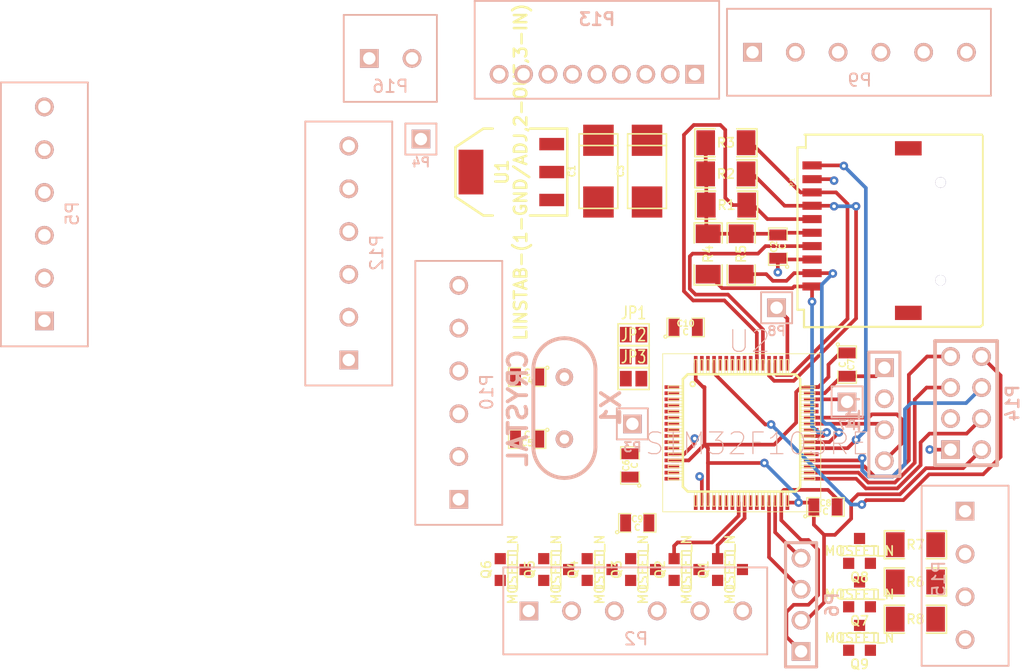
<source format=kicad_pcb>
(kicad_pcb (version 3) (host pcbnew "(2013-may-18)-stable")

  (general
    (links 140)
    (no_connects 96)
    (area 42.788999 52.885067 149.405001 119.306001)
    (thickness 1.6)
    (drawings 0)
    (tracks 246)
    (zones 0)
    (modules 49)
    (nets 63)
  )

  (page A3)
  (layers
    (15 F.Cu signal)
    (0 B.Cu signal)
    (16 B.Adhes user)
    (17 F.Adhes user)
    (18 B.Paste user)
    (19 F.Paste user)
    (20 B.SilkS user)
    (21 F.SilkS user)
    (22 B.Mask user)
    (23 F.Mask user)
    (24 Dwgs.User user)
    (25 Cmts.User user)
    (26 Eco1.User user)
    (27 Eco2.User user)
    (28 Edge.Cuts user)
  )

  (setup
    (last_trace_width 0.3)
    (trace_clearance 0.18)
    (zone_clearance 0.508)
    (zone_45_only no)
    (trace_min 0.15)
    (segment_width 0.2)
    (edge_width 0.15)
    (via_size 0.7)
    (via_drill 0.3)
    (via_min_size 0.7)
    (via_min_drill 0.3)
    (uvia_size 0.508)
    (uvia_drill 0.127)
    (uvias_allowed no)
    (uvia_min_size 0.508)
    (uvia_min_drill 0.127)
    (pcb_text_width 0.3)
    (pcb_text_size 1 1)
    (mod_edge_width 0.15)
    (mod_text_size 1 1)
    (mod_text_width 0.15)
    (pad_size 1.524 1.524)
    (pad_drill 1.016)
    (pad_to_mask_clearance 0)
    (aux_axis_origin 0 0)
    (visible_elements FFFFFFBF)
    (pcbplotparams
      (layerselection 3178497)
      (usegerberextensions true)
      (excludeedgelayer true)
      (linewidth 0.150000)
      (plotframeref false)
      (viasonmask false)
      (mode 1)
      (useauxorigin false)
      (hpglpennumber 1)
      (hpglpenspeed 20)
      (hpglpendiameter 15)
      (hpglpenoverlay 2)
      (psnegative false)
      (psa4output false)
      (plotreference true)
      (plotvalue true)
      (plotothertext true)
      (plotinvisibletext false)
      (padsonsilk false)
      (subtractmaskfromsilk false)
      (outputformat 1)
      (mirror false)
      (drillshape 1)
      (scaleselection 1)
      (outputdirectory ""))
  )

  (net 0 "")
  (net 1 +3.3V)
  (net 2 +BATT)
  (net 3 AGND)
  (net 4 DGND)
  (net 5 GND)
  (net 6 N-000001)
  (net 7 N-0000010)
  (net 8 N-0000011)
  (net 9 N-0000012)
  (net 10 N-0000013)
  (net 11 N-0000014)
  (net 12 N-0000015)
  (net 13 N-0000016)
  (net 14 N-0000017)
  (net 15 N-0000018)
  (net 16 N-0000019)
  (net 17 N-000002)
  (net 18 N-0000020)
  (net 19 N-0000021)
  (net 20 N-0000022)
  (net 21 N-0000023)
  (net 22 N-0000024)
  (net 23 N-0000025)
  (net 24 N-0000026)
  (net 25 N-0000027)
  (net 26 N-0000028)
  (net 27 N-0000029)
  (net 28 N-000003)
  (net 29 N-0000030)
  (net 30 N-0000031)
  (net 31 N-0000032)
  (net 32 N-0000033)
  (net 33 N-0000034)
  (net 34 N-0000035)
  (net 35 N-0000036)
  (net 36 N-0000037)
  (net 37 N-0000038)
  (net 38 N-0000039)
  (net 39 N-000004)
  (net 40 N-0000040)
  (net 41 N-0000041)
  (net 42 N-0000042)
  (net 43 N-0000043)
  (net 44 N-0000044)
  (net 45 N-0000045)
  (net 46 N-0000046)
  (net 47 N-0000047)
  (net 48 N-000005)
  (net 49 N-0000050)
  (net 50 N-0000053)
  (net 51 N-0000054)
  (net 52 N-0000056)
  (net 53 N-0000057)
  (net 54 N-0000059)
  (net 55 N-000006)
  (net 56 N-0000060)
  (net 57 N-0000061)
  (net 58 N-0000062)
  (net 59 N-0000063)
  (net 60 N-000007)
  (net 61 N-000008)
  (net 62 N-000009)

  (net_class Default "This is the default net class."
    (clearance 0.18)
    (trace_width 0.3)
    (via_dia 0.7)
    (via_drill 0.3)
    (uvia_dia 0.508)
    (uvia_drill 0.127)
    (add_net "")
    (add_net +3.3V)
    (add_net +BATT)
    (add_net AGND)
    (add_net DGND)
    (add_net GND)
    (add_net N-000001)
    (add_net N-0000010)
    (add_net N-0000011)
    (add_net N-0000012)
    (add_net N-0000013)
    (add_net N-0000014)
    (add_net N-0000015)
    (add_net N-0000016)
    (add_net N-0000017)
    (add_net N-0000018)
    (add_net N-0000019)
    (add_net N-000002)
    (add_net N-0000020)
    (add_net N-0000021)
    (add_net N-0000022)
    (add_net N-0000023)
    (add_net N-0000024)
    (add_net N-0000025)
    (add_net N-0000026)
    (add_net N-0000027)
    (add_net N-0000028)
    (add_net N-0000029)
    (add_net N-000003)
    (add_net N-0000030)
    (add_net N-0000031)
    (add_net N-0000032)
    (add_net N-0000033)
    (add_net N-0000034)
    (add_net N-0000035)
    (add_net N-0000036)
    (add_net N-0000037)
    (add_net N-0000038)
    (add_net N-0000039)
    (add_net N-000004)
    (add_net N-0000040)
    (add_net N-0000041)
    (add_net N-0000042)
    (add_net N-0000043)
    (add_net N-0000044)
    (add_net N-0000045)
    (add_net N-0000046)
    (add_net N-0000047)
    (add_net N-000005)
    (add_net N-0000050)
    (add_net N-0000053)
    (add_net N-0000054)
    (add_net N-0000056)
    (add_net N-0000057)
    (add_net N-0000059)
    (add_net N-000006)
    (add_net N-0000060)
    (add_net N-0000061)
    (add_net N-0000062)
    (add_net N-0000063)
    (add_net N-000007)
    (add_net N-000008)
    (add_net N-000009)
  )

  (module TERMINALS_6 (layer B.Cu) (tedit 54BABA21) (tstamp 54E0DF66)
    (at 46.6 73.5 90)
    (descr "terminals 6 pin")
    (tags "CONN DEV")
    (path /54B6BD6F)
    (fp_text reference P5 (at 0 2.286 90) (layer B.SilkS)
      (effects (font (size 1.016 1.016) (thickness 0.1524)) (justify mirror))
    )
    (fp_text value VibroenginesVCC (at 0 -2.286 90) (layer B.SilkS) hide
      (effects (font (size 1.016 1.016) (thickness 0.1524)) (justify mirror))
    )
    (fp_line (start -10.8585 3.556) (end 10.7315 3.556) (layer B.SilkS) (width 0.15))
    (fp_line (start 10.7315 3.556) (end 10.7315 -3.556) (layer B.SilkS) (width 0.15))
    (fp_line (start 10.7315 -3.556) (end -10.8585 -3.556) (layer B.SilkS) (width 0.15))
    (fp_line (start -10.8585 3.556) (end -10.8585 -3.556) (layer B.SilkS) (width 0.15))
    (pad 1 thru_hole rect (at -8.7705 0 90) (size 1.524 1.524) (drill 1.016)
      (layers *.Cu *.Mask B.SilkS)
      (net 2 +BATT)
    )
    (pad 2 thru_hole circle (at -5.2705 0 90) (size 1.524 1.524) (drill 1.016)
      (layers *.Cu *.Mask B.SilkS)
      (net 2 +BATT)
    )
    (pad 3 thru_hole circle (at -1.7705 0 90) (size 1.524 1.524) (drill 1.016)
      (layers *.Cu *.Mask B.SilkS)
      (net 2 +BATT)
    )
    (pad 4 thru_hole circle (at 1.7295 0 90) (size 1.524 1.524) (drill 1.016)
      (layers *.Cu *.Mask B.SilkS)
      (net 2 +BATT)
    )
    (pad 5 thru_hole circle (at 5.2295 0 90) (size 1.524 1.524) (drill 1.016)
      (layers *.Cu *.Mask B.SilkS)
      (net 2 +BATT)
    )
    (pad 6 thru_hole circle (at 8.7295 0 90) (size 1.524 1.524) (drill 1.016)
      (layers *.Cu *.Mask B.SilkS)
      (net 2 +BATT)
    )
  )

  (module TERMINALS_6 (layer B.Cu) (tedit 54BABA21) (tstamp 54E0DF74)
    (at 71.5 76.7 90)
    (descr "terminals 6 pin")
    (tags "CONN DEV")
    (path /54B63911)
    (fp_text reference P12 (at 0 2.286 90) (layer B.SilkS)
      (effects (font (size 1.016 1.016) (thickness 0.1524)) (justify mirror))
    )
    (fp_text value SensorsGND (at 0 -2.286 90) (layer B.SilkS) hide
      (effects (font (size 1.016 1.016) (thickness 0.1524)) (justify mirror))
    )
    (fp_line (start -10.8585 3.556) (end 10.7315 3.556) (layer B.SilkS) (width 0.15))
    (fp_line (start 10.7315 3.556) (end 10.7315 -3.556) (layer B.SilkS) (width 0.15))
    (fp_line (start 10.7315 -3.556) (end -10.8585 -3.556) (layer B.SilkS) (width 0.15))
    (fp_line (start -10.8585 3.556) (end -10.8585 -3.556) (layer B.SilkS) (width 0.15))
    (pad 1 thru_hole rect (at -8.7705 0 90) (size 1.524 1.524) (drill 1.016)
      (layers *.Cu *.Mask B.SilkS)
      (net 4 DGND)
    )
    (pad 2 thru_hole circle (at -5.2705 0 90) (size 1.524 1.524) (drill 1.016)
      (layers *.Cu *.Mask B.SilkS)
      (net 4 DGND)
    )
    (pad 3 thru_hole circle (at -1.7705 0 90) (size 1.524 1.524) (drill 1.016)
      (layers *.Cu *.Mask B.SilkS)
      (net 4 DGND)
    )
    (pad 4 thru_hole circle (at 1.7295 0 90) (size 1.524 1.524) (drill 1.016)
      (layers *.Cu *.Mask B.SilkS)
      (net 4 DGND)
    )
    (pad 5 thru_hole circle (at 5.2295 0 90) (size 1.524 1.524) (drill 1.016)
      (layers *.Cu *.Mask B.SilkS)
      (net 4 DGND)
    )
    (pad 6 thru_hole circle (at 8.7295 0 90) (size 1.524 1.524) (drill 1.016)
      (layers *.Cu *.Mask B.SilkS)
      (net 4 DGND)
    )
  )

  (module TERMINALS_6 (layer B.Cu) (tedit 54BABA21) (tstamp 54E0DF82)
    (at 113.3 60.3)
    (descr "terminals 6 pin")
    (tags "CONN DEV")
    (path /54B638F6)
    (fp_text reference P9 (at 0 2.286) (layer B.SilkS)
      (effects (font (size 1.016 1.016) (thickness 0.1524)) (justify mirror))
    )
    (fp_text value SensorsVcc (at 0 -2.286) (layer B.SilkS) hide
      (effects (font (size 1.016 1.016) (thickness 0.1524)) (justify mirror))
    )
    (fp_line (start -10.8585 3.556) (end 10.7315 3.556) (layer B.SilkS) (width 0.15))
    (fp_line (start 10.7315 3.556) (end 10.7315 -3.556) (layer B.SilkS) (width 0.15))
    (fp_line (start 10.7315 -3.556) (end -10.8585 -3.556) (layer B.SilkS) (width 0.15))
    (fp_line (start -10.8585 3.556) (end -10.8585 -3.556) (layer B.SilkS) (width 0.15))
    (pad 1 thru_hole rect (at -8.7705 0) (size 1.524 1.524) (drill 1.016)
      (layers *.Cu *.Mask B.SilkS)
      (net 1 +3.3V)
    )
    (pad 2 thru_hole circle (at -5.2705 0) (size 1.524 1.524) (drill 1.016)
      (layers *.Cu *.Mask B.SilkS)
      (net 1 +3.3V)
    )
    (pad 3 thru_hole circle (at -1.7705 0) (size 1.524 1.524) (drill 1.016)
      (layers *.Cu *.Mask B.SilkS)
      (net 1 +3.3V)
    )
    (pad 4 thru_hole circle (at 1.7295 0) (size 1.524 1.524) (drill 1.016)
      (layers *.Cu *.Mask B.SilkS)
      (net 1 +3.3V)
    )
    (pad 5 thru_hole circle (at 5.2295 0) (size 1.524 1.524) (drill 1.016)
      (layers *.Cu *.Mask B.SilkS)
      (net 1 +3.3V)
    )
    (pad 6 thru_hole circle (at 8.7295 0) (size 1.524 1.524) (drill 1.016)
      (layers *.Cu *.Mask B.SilkS)
      (net 1 +3.3V)
    )
  )

  (module TERMINALS_6 (layer B.Cu) (tedit 54BABA21) (tstamp 54E0DF90)
    (at 95 106)
    (descr "terminals 6 pin")
    (tags "CONN DEV")
    (path /54B571D7)
    (fp_text reference P2 (at 0 2.286) (layer B.SilkS)
      (effects (font (size 1.016 1.016) (thickness 0.1524)) (justify mirror))
    )
    (fp_text value Vibroengines (at 0 -2.286) (layer B.SilkS) hide
      (effects (font (size 1.016 1.016) (thickness 0.1524)) (justify mirror))
    )
    (fp_line (start -10.8585 3.556) (end 10.7315 3.556) (layer B.SilkS) (width 0.15))
    (fp_line (start 10.7315 3.556) (end 10.7315 -3.556) (layer B.SilkS) (width 0.15))
    (fp_line (start 10.7315 -3.556) (end -10.8585 -3.556) (layer B.SilkS) (width 0.15))
    (fp_line (start -10.8585 3.556) (end -10.8585 -3.556) (layer B.SilkS) (width 0.15))
    (pad 1 thru_hole rect (at -8.7705 0) (size 1.524 1.524) (drill 1.016)
      (layers *.Cu *.Mask B.SilkS)
      (net 15 N-0000018)
    )
    (pad 2 thru_hole circle (at -5.2705 0) (size 1.524 1.524) (drill 1.016)
      (layers *.Cu *.Mask B.SilkS)
      (net 14 N-0000017)
    )
    (pad 3 thru_hole circle (at -1.7705 0) (size 1.524 1.524) (drill 1.016)
      (layers *.Cu *.Mask B.SilkS)
      (net 13 N-0000016)
    )
    (pad 4 thru_hole circle (at 1.7295 0) (size 1.524 1.524) (drill 1.016)
      (layers *.Cu *.Mask B.SilkS)
      (net 10 N-0000013)
    )
    (pad 5 thru_hole circle (at 5.2295 0) (size 1.524 1.524) (drill 1.016)
      (layers *.Cu *.Mask B.SilkS)
      (net 12 N-0000015)
    )
    (pad 6 thru_hole circle (at 8.7295 0) (size 1.524 1.524) (drill 1.016)
      (layers *.Cu *.Mask B.SilkS)
      (net 11 N-0000014)
    )
  )

  (module TERMINALS_6 (layer B.Cu) (tedit 54BABA21) (tstamp 54E0DF9E)
    (at 80.5 88.1 90)
    (descr "terminals 6 pin")
    (tags "CONN DEV")
    (path /54B421B0)
    (fp_text reference P10 (at 0 2.286 90) (layer B.SilkS)
      (effects (font (size 1.016 1.016) (thickness 0.1524)) (justify mirror))
    )
    (fp_text value SensorsIn (at 0 -2.286 90) (layer B.SilkS) hide
      (effects (font (size 1.016 1.016) (thickness 0.1524)) (justify mirror))
    )
    (fp_line (start -10.8585 3.556) (end 10.7315 3.556) (layer B.SilkS) (width 0.15))
    (fp_line (start 10.7315 3.556) (end 10.7315 -3.556) (layer B.SilkS) (width 0.15))
    (fp_line (start 10.7315 -3.556) (end -10.8585 -3.556) (layer B.SilkS) (width 0.15))
    (fp_line (start -10.8585 3.556) (end -10.8585 -3.556) (layer B.SilkS) (width 0.15))
    (pad 1 thru_hole rect (at -8.7705 0 90) (size 1.524 1.524) (drill 1.016)
      (layers *.Cu *.Mask B.SilkS)
      (net 37 N-0000038)
    )
    (pad 2 thru_hole circle (at -5.2705 0 90) (size 1.524 1.524) (drill 1.016)
      (layers *.Cu *.Mask B.SilkS)
      (net 38 N-0000039)
    )
    (pad 3 thru_hole circle (at -1.7705 0 90) (size 1.524 1.524) (drill 1.016)
      (layers *.Cu *.Mask B.SilkS)
      (net 40 N-0000040)
    )
    (pad 4 thru_hole circle (at 1.7295 0 90) (size 1.524 1.524) (drill 1.016)
      (layers *.Cu *.Mask B.SilkS)
      (net 41 N-0000041)
    )
    (pad 5 thru_hole circle (at 5.2295 0 90) (size 1.524 1.524) (drill 1.016)
      (layers *.Cu *.Mask B.SilkS)
      (net 35 N-0000036)
    )
    (pad 6 thru_hole circle (at 8.7295 0 90) (size 1.524 1.524) (drill 1.016)
      (layers *.Cu *.Mask B.SilkS)
      (net 42 N-0000042)
    )
  )

  (module TERMINALS_2 (layer B.Cu) (tedit 54BABC94) (tstamp 54E0DFA8)
    (at 74.9 60.8)
    (descr "terminals 2 pin")
    (tags "CONN DEV")
    (path /54B92F5D)
    (fp_text reference P16 (at 0 2.286) (layer B.SilkS)
      (effects (font (size 1.016 1.016) (thickness 0.1524)) (justify mirror))
    )
    (fp_text value Power (at 0 -2.286) (layer B.SilkS) hide
      (effects (font (size 1.016 1.016) (thickness 0.1524)) (justify mirror))
    )
    (fp_line (start 3.81 3.556) (end 3.81 -3.556) (layer B.SilkS) (width 0.15))
    (fp_line (start 3.81 -3.556) (end -3.81 -3.556) (layer B.SilkS) (width 0.15))
    (fp_line (start -3.81 3.556) (end 3.81 3.556) (layer B.SilkS) (width 0.15))
    (fp_line (start -3.81 3.556) (end -3.81 -3.556) (layer B.SilkS) (width 0.15))
    (pad 1 thru_hole rect (at -1.722 0) (size 1.524 1.524) (drill 1.016)
      (layers *.Cu *.Mask B.SilkS)
      (net 3 AGND)
    )
    (pad 2 thru_hole circle (at 1.778 0) (size 1.524 1.524) (drill 1.016)
      (layers *.Cu *.Mask B.SilkS)
      (net 2 +BATT)
    )
  )

  (module SOT23GDS (layer F.Cu) (tedit 50911E03) (tstamp 54E0DFB3)
    (at 95.576 102.616 90)
    (descr "Module CMS SOT23 Transistore EBC")
    (tags "CMS SOT")
    (path /54B5711C)
    (attr smd)
    (fp_text reference Q3 (at 0 -2.159 90) (layer F.SilkS)
      (effects (font (size 0.762 0.762) (thickness 0.12954)))
    )
    (fp_text value MOSFET_N (at 0 0 90) (layer F.SilkS)
      (effects (font (size 0.762 0.762) (thickness 0.12954)))
    )
    (fp_line (start -1.524 -0.381) (end 1.524 -0.381) (layer F.SilkS) (width 0.11938))
    (fp_line (start 1.524 -0.381) (end 1.524 0.381) (layer F.SilkS) (width 0.11938))
    (fp_line (start 1.524 0.381) (end -1.524 0.381) (layer F.SilkS) (width 0.11938))
    (fp_line (start -1.524 0.381) (end -1.524 -0.381) (layer F.SilkS) (width 0.11938))
    (pad S smd rect (at -0.889 -1.016 90) (size 0.9144 0.9144)
      (layers F.Cu F.Paste F.Mask)
      (net 3 AGND)
    )
    (pad G smd rect (at 0.889 -1.016 90) (size 0.9144 0.9144)
      (layers F.Cu F.Paste F.Mask)
      (net 62 N-000009)
    )
    (pad D smd rect (at 0 1.016 90) (size 0.9144 0.9144)
      (layers F.Cu F.Paste F.Mask)
      (net 10 N-0000013)
    )
    (model smd/cms_sot23.wrl
      (at (xyz 0 0 0))
      (scale (xyz 0.13 0.15 0.15))
      (rotate (xyz 0 0 0))
    )
  )

  (module SOT23GDS (layer F.Cu) (tedit 50911E03) (tstamp 54E0DFBE)
    (at 113.284 108.204 180)
    (descr "Module CMS SOT23 Transistore EBC")
    (tags "CMS SOT")
    (path /54B43468)
    (attr smd)
    (fp_text reference Q9 (at 0 -2.159 180) (layer F.SilkS)
      (effects (font (size 0.762 0.762) (thickness 0.12954)))
    )
    (fp_text value MOSFET_N (at 0 0 180) (layer F.SilkS)
      (effects (font (size 0.762 0.762) (thickness 0.12954)))
    )
    (fp_line (start -1.524 -0.381) (end 1.524 -0.381) (layer F.SilkS) (width 0.11938))
    (fp_line (start 1.524 -0.381) (end 1.524 0.381) (layer F.SilkS) (width 0.11938))
    (fp_line (start 1.524 0.381) (end -1.524 0.381) (layer F.SilkS) (width 0.11938))
    (fp_line (start -1.524 0.381) (end -1.524 -0.381) (layer F.SilkS) (width 0.11938))
    (pad S smd rect (at -0.889 -1.016 180) (size 0.9144 0.9144)
      (layers F.Cu F.Paste F.Mask)
      (net 3 AGND)
    )
    (pad G smd rect (at 0.889 -1.016 180) (size 0.9144 0.9144)
      (layers F.Cu F.Paste F.Mask)
      (net 31 N-0000032)
    )
    (pad D smd rect (at 0 1.016 180) (size 0.9144 0.9144)
      (layers F.Cu F.Paste F.Mask)
      (net 17 N-000002)
    )
    (model smd/cms_sot23.wrl
      (at (xyz 0 0 0))
      (scale (xyz 0.13 0.15 0.15))
      (rotate (xyz 0 0 0))
    )
  )

  (module SOT23GDS (layer F.Cu) (tedit 50911E03) (tstamp 54E0DFC9)
    (at 113.284 101.092 180)
    (descr "Module CMS SOT23 Transistore EBC")
    (tags "CMS SOT")
    (path /54B43459)
    (attr smd)
    (fp_text reference Q8 (at 0 -2.159 180) (layer F.SilkS)
      (effects (font (size 0.762 0.762) (thickness 0.12954)))
    )
    (fp_text value MOSFET_N (at 0 0 180) (layer F.SilkS)
      (effects (font (size 0.762 0.762) (thickness 0.12954)))
    )
    (fp_line (start -1.524 -0.381) (end 1.524 -0.381) (layer F.SilkS) (width 0.11938))
    (fp_line (start 1.524 -0.381) (end 1.524 0.381) (layer F.SilkS) (width 0.11938))
    (fp_line (start 1.524 0.381) (end -1.524 0.381) (layer F.SilkS) (width 0.11938))
    (fp_line (start -1.524 0.381) (end -1.524 -0.381) (layer F.SilkS) (width 0.11938))
    (pad S smd rect (at -0.889 -1.016 180) (size 0.9144 0.9144)
      (layers F.Cu F.Paste F.Mask)
      (net 3 AGND)
    )
    (pad G smd rect (at 0.889 -1.016 180) (size 0.9144 0.9144)
      (layers F.Cu F.Paste F.Mask)
      (net 44 N-0000044)
    )
    (pad D smd rect (at 0 1.016 180) (size 0.9144 0.9144)
      (layers F.Cu F.Paste F.Mask)
      (net 39 N-000004)
    )
    (model smd/cms_sot23.wrl
      (at (xyz 0 0 0))
      (scale (xyz 0.13 0.15 0.15))
      (rotate (xyz 0 0 0))
    )
  )

  (module SOT23GDS (layer F.Cu) (tedit 50911E03) (tstamp 54E0EEB4)
    (at 113.284 104.648 180)
    (descr "Module CMS SOT23 Transistore EBC")
    (tags "CMS SOT")
    (path /54B4344A)
    (attr smd)
    (fp_text reference Q7 (at 0 -2.159 180) (layer F.SilkS)
      (effects (font (size 0.762 0.762) (thickness 0.12954)))
    )
    (fp_text value MOSFET_N (at 0 0 180) (layer F.SilkS)
      (effects (font (size 0.762 0.762) (thickness 0.12954)))
    )
    (fp_line (start -1.524 -0.381) (end 1.524 -0.381) (layer F.SilkS) (width 0.11938))
    (fp_line (start 1.524 -0.381) (end 1.524 0.381) (layer F.SilkS) (width 0.11938))
    (fp_line (start 1.524 0.381) (end -1.524 0.381) (layer F.SilkS) (width 0.11938))
    (fp_line (start -1.524 0.381) (end -1.524 -0.381) (layer F.SilkS) (width 0.11938))
    (pad S smd rect (at -0.889 -1.016 180) (size 0.9144 0.9144)
      (layers F.Cu F.Paste F.Mask)
      (net 3 AGND)
    )
    (pad G smd rect (at 0.889 -1.016 180) (size 0.9144 0.9144)
      (layers F.Cu F.Paste F.Mask)
      (net 43 N-0000043)
    )
    (pad D smd rect (at 0 1.016 180) (size 0.9144 0.9144)
      (layers F.Cu F.Paste F.Mask)
      (net 48 N-000005)
    )
    (model smd/cms_sot23.wrl
      (at (xyz 0 0 0))
      (scale (xyz 0.13 0.15 0.15))
      (rotate (xyz 0 0 0))
    )
  )

  (module SOT23GDS (layer F.Cu) (tedit 50911E03) (tstamp 54E0DFDF)
    (at 99.132 102.616 90)
    (descr "Module CMS SOT23 Transistore EBC")
    (tags "CMS SOT")
    (path /54B5710D)
    (attr smd)
    (fp_text reference Q2 (at 0 -2.159 90) (layer F.SilkS)
      (effects (font (size 0.762 0.762) (thickness 0.12954)))
    )
    (fp_text value MOSFET_N (at 0 0 90) (layer F.SilkS)
      (effects (font (size 0.762 0.762) (thickness 0.12954)))
    )
    (fp_line (start -1.524 -0.381) (end 1.524 -0.381) (layer F.SilkS) (width 0.11938))
    (fp_line (start 1.524 -0.381) (end 1.524 0.381) (layer F.SilkS) (width 0.11938))
    (fp_line (start 1.524 0.381) (end -1.524 0.381) (layer F.SilkS) (width 0.11938))
    (fp_line (start -1.524 0.381) (end -1.524 -0.381) (layer F.SilkS) (width 0.11938))
    (pad S smd rect (at -0.889 -1.016 90) (size 0.9144 0.9144)
      (layers F.Cu F.Paste F.Mask)
      (net 3 AGND)
    )
    (pad G smd rect (at 0.889 -1.016 90) (size 0.9144 0.9144)
      (layers F.Cu F.Paste F.Mask)
      (net 8 N-0000011)
    )
    (pad D smd rect (at 0 1.016 90) (size 0.9144 0.9144)
      (layers F.Cu F.Paste F.Mask)
      (net 12 N-0000015)
    )
    (model smd/cms_sot23.wrl
      (at (xyz 0 0 0))
      (scale (xyz 0.13 0.15 0.15))
      (rotate (xyz 0 0 0))
    )
  )

  (module SOT23GDS (layer F.Cu) (tedit 50911E03) (tstamp 54E0DFEA)
    (at 92.02 102.616 90)
    (descr "Module CMS SOT23 Transistore EBC")
    (tags "CMS SOT")
    (path /54B5712B)
    (attr smd)
    (fp_text reference Q4 (at 0 -2.159 90) (layer F.SilkS)
      (effects (font (size 0.762 0.762) (thickness 0.12954)))
    )
    (fp_text value MOSFET_N (at 0 0 90) (layer F.SilkS)
      (effects (font (size 0.762 0.762) (thickness 0.12954)))
    )
    (fp_line (start -1.524 -0.381) (end 1.524 -0.381) (layer F.SilkS) (width 0.11938))
    (fp_line (start 1.524 -0.381) (end 1.524 0.381) (layer F.SilkS) (width 0.11938))
    (fp_line (start 1.524 0.381) (end -1.524 0.381) (layer F.SilkS) (width 0.11938))
    (fp_line (start -1.524 0.381) (end -1.524 -0.381) (layer F.SilkS) (width 0.11938))
    (pad S smd rect (at -0.889 -1.016 90) (size 0.9144 0.9144)
      (layers F.Cu F.Paste F.Mask)
      (net 3 AGND)
    )
    (pad G smd rect (at 0.889 -1.016 90) (size 0.9144 0.9144)
      (layers F.Cu F.Paste F.Mask)
      (net 9 N-0000012)
    )
    (pad D smd rect (at 0 1.016 90) (size 0.9144 0.9144)
      (layers F.Cu F.Paste F.Mask)
      (net 13 N-0000016)
    )
    (model smd/cms_sot23.wrl
      (at (xyz 0 0 0))
      (scale (xyz 0.13 0.15 0.15))
      (rotate (xyz 0 0 0))
    )
  )

  (module SOT23GDS (layer F.Cu) (tedit 50911E03) (tstamp 54E0DFF5)
    (at 88.464 102.616 90)
    (descr "Module CMS SOT23 Transistore EBC")
    (tags "CMS SOT")
    (path /54B5713A)
    (attr smd)
    (fp_text reference Q5 (at 0 -2.159 90) (layer F.SilkS)
      (effects (font (size 0.762 0.762) (thickness 0.12954)))
    )
    (fp_text value MOSFET_N (at 0 0 90) (layer F.SilkS)
      (effects (font (size 0.762 0.762) (thickness 0.12954)))
    )
    (fp_line (start -1.524 -0.381) (end 1.524 -0.381) (layer F.SilkS) (width 0.11938))
    (fp_line (start 1.524 -0.381) (end 1.524 0.381) (layer F.SilkS) (width 0.11938))
    (fp_line (start 1.524 0.381) (end -1.524 0.381) (layer F.SilkS) (width 0.11938))
    (fp_line (start -1.524 0.381) (end -1.524 -0.381) (layer F.SilkS) (width 0.11938))
    (pad S smd rect (at -0.889 -1.016 90) (size 0.9144 0.9144)
      (layers F.Cu F.Paste F.Mask)
      (net 3 AGND)
    )
    (pad G smd rect (at 0.889 -1.016 90) (size 0.9144 0.9144)
      (layers F.Cu F.Paste F.Mask)
      (net 50 N-0000053)
    )
    (pad D smd rect (at 0 1.016 90) (size 0.9144 0.9144)
      (layers F.Cu F.Paste F.Mask)
      (net 14 N-0000017)
    )
    (model smd/cms_sot23.wrl
      (at (xyz 0 0 0))
      (scale (xyz 0.13 0.15 0.15))
      (rotate (xyz 0 0 0))
    )
  )

  (module SOT23GDS (layer F.Cu) (tedit 50911E03) (tstamp 54E0E000)
    (at 84.908 102.616 90)
    (descr "Module CMS SOT23 Transistore EBC")
    (tags "CMS SOT")
    (path /54B57149)
    (attr smd)
    (fp_text reference Q6 (at 0 -2.159 90) (layer F.SilkS)
      (effects (font (size 0.762 0.762) (thickness 0.12954)))
    )
    (fp_text value MOSFET_N (at 0 0 90) (layer F.SilkS)
      (effects (font (size 0.762 0.762) (thickness 0.12954)))
    )
    (fp_line (start -1.524 -0.381) (end 1.524 -0.381) (layer F.SilkS) (width 0.11938))
    (fp_line (start 1.524 -0.381) (end 1.524 0.381) (layer F.SilkS) (width 0.11938))
    (fp_line (start 1.524 0.381) (end -1.524 0.381) (layer F.SilkS) (width 0.11938))
    (fp_line (start -1.524 0.381) (end -1.524 -0.381) (layer F.SilkS) (width 0.11938))
    (pad S smd rect (at -0.889 -1.016 90) (size 0.9144 0.9144)
      (layers F.Cu F.Paste F.Mask)
      (net 3 AGND)
    )
    (pad G smd rect (at 0.889 -1.016 90) (size 0.9144 0.9144)
      (layers F.Cu F.Paste F.Mask)
      (net 51 N-0000054)
    )
    (pad D smd rect (at 0 1.016 90) (size 0.9144 0.9144)
      (layers F.Cu F.Paste F.Mask)
      (net 15 N-0000018)
    )
    (model smd/cms_sot23.wrl
      (at (xyz 0 0 0))
      (scale (xyz 0.13 0.15 0.15))
      (rotate (xyz 0 0 0))
    )
  )

  (module SOT23GDS (layer F.Cu) (tedit 50911E03) (tstamp 54E0E00B)
    (at 102.688 102.616 90)
    (descr "Module CMS SOT23 Transistore EBC")
    (tags "CMS SOT")
    (path /54B57158)
    (attr smd)
    (fp_text reference Q1 (at 0 -2.159 90) (layer F.SilkS)
      (effects (font (size 0.762 0.762) (thickness 0.12954)))
    )
    (fp_text value MOSFET_N (at 0 0 90) (layer F.SilkS)
      (effects (font (size 0.762 0.762) (thickness 0.12954)))
    )
    (fp_line (start -1.524 -0.381) (end 1.524 -0.381) (layer F.SilkS) (width 0.11938))
    (fp_line (start 1.524 -0.381) (end 1.524 0.381) (layer F.SilkS) (width 0.11938))
    (fp_line (start 1.524 0.381) (end -1.524 0.381) (layer F.SilkS) (width 0.11938))
    (fp_line (start -1.524 0.381) (end -1.524 -0.381) (layer F.SilkS) (width 0.11938))
    (pad S smd rect (at -0.889 -1.016 90) (size 0.9144 0.9144)
      (layers F.Cu F.Paste F.Mask)
      (net 3 AGND)
    )
    (pad G smd rect (at 0.889 -1.016 90) (size 0.9144 0.9144)
      (layers F.Cu F.Paste F.Mask)
      (net 7 N-0000010)
    )
    (pad D smd rect (at 0 1.016 90) (size 0.9144 0.9144)
      (layers F.Cu F.Paste F.Mask)
      (net 11 N-0000014)
    )
    (model smd/cms_sot23.wrl
      (at (xyz 0 0 0))
      (scale (xyz 0.13 0.15 0.15))
      (rotate (xyz 0 0 0))
    )
  )

  (module SOT223 (layer F.Cu) (tedit 200000) (tstamp 54E0E01B)
    (at 84.8 70.1 90)
    (descr "module CMS SOT223 4 pins")
    (tags "CMS SOT")
    (path /54B3ED46)
    (attr smd)
    (fp_text reference U1 (at 0 -0.762 90) (layer F.SilkS)
      (effects (font (size 1.016 1.016) (thickness 0.2032)))
    )
    (fp_text value "LINSTAB-(1-GND/ADJ,2-OUT,3-IN)" (at 0 0.762 90) (layer F.SilkS)
      (effects (font (size 1.016 1.016) (thickness 0.2032)))
    )
    (fp_line (start -3.556 1.524) (end -3.556 4.572) (layer F.SilkS) (width 0.2032))
    (fp_line (start -3.556 4.572) (end 3.556 4.572) (layer F.SilkS) (width 0.2032))
    (fp_line (start 3.556 4.572) (end 3.556 1.524) (layer F.SilkS) (width 0.2032))
    (fp_line (start -3.556 -1.524) (end -3.556 -2.286) (layer F.SilkS) (width 0.2032))
    (fp_line (start -3.556 -2.286) (end -2.032 -4.572) (layer F.SilkS) (width 0.2032))
    (fp_line (start -2.032 -4.572) (end 2.032 -4.572) (layer F.SilkS) (width 0.2032))
    (fp_line (start 2.032 -4.572) (end 3.556 -2.286) (layer F.SilkS) (width 0.2032))
    (fp_line (start 3.556 -2.286) (end 3.556 -1.524) (layer F.SilkS) (width 0.2032))
    (pad 4 smd rect (at 0 -3.302 90) (size 3.6576 2.032)
      (layers F.Cu F.Paste F.Mask)
    )
    (pad 2 smd rect (at 0 3.302 90) (size 1.016 2.032)
      (layers F.Cu F.Paste F.Mask)
      (net 1 +3.3V)
    )
    (pad 3 smd rect (at 2.286 3.302 90) (size 1.016 2.032)
      (layers F.Cu F.Paste F.Mask)
      (net 2 +BATT)
    )
    (pad 1 smd rect (at -2.286 3.302 90) (size 1.016 2.032)
      (layers F.Cu F.Paste F.Mask)
      (net 5 GND)
    )
    (model smd/SOT223.wrl
      (at (xyz 0 0 0))
      (scale (xyz 0.4 0.4 0.4))
      (rotate (xyz 0 0 0))
    )
  )

  (module SM1206 (layer F.Cu) (tedit 42806E24) (tstamp 54E0E027)
    (at 103.6 76.8 90)
    (path /54B564D2)
    (attr smd)
    (fp_text reference R5 (at 0 0 90) (layer F.SilkS)
      (effects (font (size 0.762 0.762) (thickness 0.127)))
    )
    (fp_text value 47k (at 0 0 90) (layer F.SilkS) hide
      (effects (font (size 0.762 0.762) (thickness 0.127)))
    )
    (fp_line (start -2.54 -1.143) (end -2.54 1.143) (layer F.SilkS) (width 0.127))
    (fp_line (start -2.54 1.143) (end -0.889 1.143) (layer F.SilkS) (width 0.127))
    (fp_line (start 0.889 -1.143) (end 2.54 -1.143) (layer F.SilkS) (width 0.127))
    (fp_line (start 2.54 -1.143) (end 2.54 1.143) (layer F.SilkS) (width 0.127))
    (fp_line (start 2.54 1.143) (end 0.889 1.143) (layer F.SilkS) (width 0.127))
    (fp_line (start -0.889 -1.143) (end -2.54 -1.143) (layer F.SilkS) (width 0.127))
    (pad 1 smd rect (at -1.651 0 90) (size 1.524 2.032)
      (layers F.Cu F.Paste F.Mask)
      (net 61 N-000008)
    )
    (pad 2 smd rect (at 1.651 0 90) (size 1.524 2.032)
      (layers F.Cu F.Paste F.Mask)
      (net 1 +3.3V)
    )
    (model smd/chip_cms.wrl
      (at (xyz 0 0 0))
      (scale (xyz 0.17 0.16 0.16))
      (rotate (xyz 0 0 0))
    )
  )

  (module SM1206 (layer F.Cu) (tedit 42806E24) (tstamp 54E0E033)
    (at 117.856 106.68)
    (path /54B56B8A)
    (attr smd)
    (fp_text reference R8 (at 0 0) (layer F.SilkS)
      (effects (font (size 0.762 0.762) (thickness 0.127)))
    )
    (fp_text value R (at 0 0) (layer F.SilkS) hide
      (effects (font (size 0.762 0.762) (thickness 0.127)))
    )
    (fp_line (start -2.54 -1.143) (end -2.54 1.143) (layer F.SilkS) (width 0.127))
    (fp_line (start -2.54 1.143) (end -0.889 1.143) (layer F.SilkS) (width 0.127))
    (fp_line (start 0.889 -1.143) (end 2.54 -1.143) (layer F.SilkS) (width 0.127))
    (fp_line (start 2.54 -1.143) (end 2.54 1.143) (layer F.SilkS) (width 0.127))
    (fp_line (start 2.54 1.143) (end 0.889 1.143) (layer F.SilkS) (width 0.127))
    (fp_line (start -0.889 -1.143) (end -2.54 -1.143) (layer F.SilkS) (width 0.127))
    (pad 1 smd rect (at -1.651 0) (size 1.524 2.032)
      (layers F.Cu F.Paste F.Mask)
      (net 17 N-000002)
    )
    (pad 2 smd rect (at 1.651 0) (size 1.524 2.032)
      (layers F.Cu F.Paste F.Mask)
      (net 28 N-000003)
    )
    (model smd/chip_cms.wrl
      (at (xyz 0 0 0))
      (scale (xyz 0.17 0.16 0.16))
      (rotate (xyz 0 0 0))
    )
  )

  (module SM1206 (layer F.Cu) (tedit 42806E24) (tstamp 54E0E03F)
    (at 117.856 100.584)
    (path /54B56B71)
    (attr smd)
    (fp_text reference R7 (at 0 0) (layer F.SilkS)
      (effects (font (size 0.762 0.762) (thickness 0.127)))
    )
    (fp_text value R (at 0 0) (layer F.SilkS) hide
      (effects (font (size 0.762 0.762) (thickness 0.127)))
    )
    (fp_line (start -2.54 -1.143) (end -2.54 1.143) (layer F.SilkS) (width 0.127))
    (fp_line (start -2.54 1.143) (end -0.889 1.143) (layer F.SilkS) (width 0.127))
    (fp_line (start 0.889 -1.143) (end 2.54 -1.143) (layer F.SilkS) (width 0.127))
    (fp_line (start 2.54 -1.143) (end 2.54 1.143) (layer F.SilkS) (width 0.127))
    (fp_line (start 2.54 1.143) (end 0.889 1.143) (layer F.SilkS) (width 0.127))
    (fp_line (start -0.889 -1.143) (end -2.54 -1.143) (layer F.SilkS) (width 0.127))
    (pad 1 smd rect (at -1.651 0) (size 1.524 2.032)
      (layers F.Cu F.Paste F.Mask)
      (net 39 N-000004)
    )
    (pad 2 smd rect (at 1.651 0) (size 1.524 2.032)
      (layers F.Cu F.Paste F.Mask)
      (net 6 N-000001)
    )
    (model smd/chip_cms.wrl
      (at (xyz 0 0 0))
      (scale (xyz 0.17 0.16 0.16))
      (rotate (xyz 0 0 0))
    )
  )

  (module SM1206 (layer F.Cu) (tedit 42806E24) (tstamp 54E0E04B)
    (at 117.856 103.632)
    (path /54B56B62)
    (attr smd)
    (fp_text reference R6 (at 0 0) (layer F.SilkS)
      (effects (font (size 0.762 0.762) (thickness 0.127)))
    )
    (fp_text value R (at 0 0) (layer F.SilkS) hide
      (effects (font (size 0.762 0.762) (thickness 0.127)))
    )
    (fp_line (start -2.54 -1.143) (end -2.54 1.143) (layer F.SilkS) (width 0.127))
    (fp_line (start -2.54 1.143) (end -0.889 1.143) (layer F.SilkS) (width 0.127))
    (fp_line (start 0.889 -1.143) (end 2.54 -1.143) (layer F.SilkS) (width 0.127))
    (fp_line (start 2.54 -1.143) (end 2.54 1.143) (layer F.SilkS) (width 0.127))
    (fp_line (start 2.54 1.143) (end 0.889 1.143) (layer F.SilkS) (width 0.127))
    (fp_line (start -0.889 -1.143) (end -2.54 -1.143) (layer F.SilkS) (width 0.127))
    (pad 1 smd rect (at -1.651 0) (size 1.524 2.032)
      (layers F.Cu F.Paste F.Mask)
      (net 48 N-000005)
    )
    (pad 2 smd rect (at 1.651 0) (size 1.524 2.032)
      (layers F.Cu F.Paste F.Mask)
      (net 55 N-000006)
    )
    (model smd/chip_cms.wrl
      (at (xyz 0 0 0))
      (scale (xyz 0.17 0.16 0.16))
      (rotate (xyz 0 0 0))
    )
  )

  (module SM1206 (layer F.Cu) (tedit 42806E24) (tstamp 54E0E057)
    (at 102.4 72.8)
    (path /54B569F7)
    (attr smd)
    (fp_text reference R1 (at 0 0) (layer F.SilkS)
      (effects (font (size 0.762 0.762) (thickness 0.127)))
    )
    (fp_text value R (at 0 0) (layer F.SilkS) hide
      (effects (font (size 0.762 0.762) (thickness 0.127)))
    )
    (fp_line (start -2.54 -1.143) (end -2.54 1.143) (layer F.SilkS) (width 0.127))
    (fp_line (start -2.54 1.143) (end -0.889 1.143) (layer F.SilkS) (width 0.127))
    (fp_line (start 0.889 -1.143) (end 2.54 -1.143) (layer F.SilkS) (width 0.127))
    (fp_line (start 2.54 -1.143) (end 2.54 1.143) (layer F.SilkS) (width 0.127))
    (fp_line (start 2.54 1.143) (end 0.889 1.143) (layer F.SilkS) (width 0.127))
    (fp_line (start -0.889 -1.143) (end -2.54 -1.143) (layer F.SilkS) (width 0.127))
    (pad 1 smd rect (at -1.651 0) (size 1.524 2.032)
      (layers F.Cu F.Paste F.Mask)
      (net 1 +3.3V)
    )
    (pad 2 smd rect (at 1.651 0) (size 1.524 2.032)
      (layers F.Cu F.Paste F.Mask)
      (net 34 N-0000035)
    )
    (model smd/chip_cms.wrl
      (at (xyz 0 0 0))
      (scale (xyz 0.17 0.16 0.16))
      (rotate (xyz 0 0 0))
    )
  )

  (module SM1206 (layer F.Cu) (tedit 42806E24) (tstamp 54E0E063)
    (at 100.9 76.8 90)
    (path /54B564C3)
    (attr smd)
    (fp_text reference R4 (at 0 0 90) (layer F.SilkS)
      (effects (font (size 0.762 0.762) (thickness 0.127)))
    )
    (fp_text value 47k (at 0 0 90) (layer F.SilkS) hide
      (effects (font (size 0.762 0.762) (thickness 0.127)))
    )
    (fp_line (start -2.54 -1.143) (end -2.54 1.143) (layer F.SilkS) (width 0.127))
    (fp_line (start -2.54 1.143) (end -0.889 1.143) (layer F.SilkS) (width 0.127))
    (fp_line (start 0.889 -1.143) (end 2.54 -1.143) (layer F.SilkS) (width 0.127))
    (fp_line (start 2.54 -1.143) (end 2.54 1.143) (layer F.SilkS) (width 0.127))
    (fp_line (start 2.54 1.143) (end 0.889 1.143) (layer F.SilkS) (width 0.127))
    (fp_line (start -0.889 -1.143) (end -2.54 -1.143) (layer F.SilkS) (width 0.127))
    (pad 1 smd rect (at -1.651 0 90) (size 1.524 2.032)
      (layers F.Cu F.Paste F.Mask)
      (net 60 N-000007)
    )
    (pad 2 smd rect (at 1.651 0 90) (size 1.524 2.032)
      (layers F.Cu F.Paste F.Mask)
      (net 1 +3.3V)
    )
    (model smd/chip_cms.wrl
      (at (xyz 0 0 0))
      (scale (xyz 0.17 0.16 0.16))
      (rotate (xyz 0 0 0))
    )
  )

  (module SM1206 (layer F.Cu) (tedit 42806E24) (tstamp 54E0E06F)
    (at 102.35 70.25 180)
    (path /54B564A5)
    (attr smd)
    (fp_text reference R2 (at 0 0 180) (layer F.SilkS)
      (effects (font (size 0.762 0.762) (thickness 0.127)))
    )
    (fp_text value 47k (at 0 0 180) (layer F.SilkS) hide
      (effects (font (size 0.762 0.762) (thickness 0.127)))
    )
    (fp_line (start -2.54 -1.143) (end -2.54 1.143) (layer F.SilkS) (width 0.127))
    (fp_line (start -2.54 1.143) (end -0.889 1.143) (layer F.SilkS) (width 0.127))
    (fp_line (start 0.889 -1.143) (end 2.54 -1.143) (layer F.SilkS) (width 0.127))
    (fp_line (start 2.54 -1.143) (end 2.54 1.143) (layer F.SilkS) (width 0.127))
    (fp_line (start 2.54 1.143) (end 0.889 1.143) (layer F.SilkS) (width 0.127))
    (fp_line (start -0.889 -1.143) (end -2.54 -1.143) (layer F.SilkS) (width 0.127))
    (pad 1 smd rect (at -1.651 0 180) (size 1.524 2.032)
      (layers F.Cu F.Paste F.Mask)
      (net 30 N-0000031)
    )
    (pad 2 smd rect (at 1.651 0 180) (size 1.524 2.032)
      (layers F.Cu F.Paste F.Mask)
      (net 1 +3.3V)
    )
    (model smd/chip_cms.wrl
      (at (xyz 0 0 0))
      (scale (xyz 0.17 0.16 0.16))
      (rotate (xyz 0 0 0))
    )
  )

  (module SM1206 (layer F.Cu) (tedit 42806E24) (tstamp 54E0E07B)
    (at 102.35 67.7 180)
    (path /54B564B4)
    (attr smd)
    (fp_text reference R3 (at 0 0 180) (layer F.SilkS)
      (effects (font (size 0.762 0.762) (thickness 0.127)))
    )
    (fp_text value 47k (at 0 0 180) (layer F.SilkS) hide
      (effects (font (size 0.762 0.762) (thickness 0.127)))
    )
    (fp_line (start -2.54 -1.143) (end -2.54 1.143) (layer F.SilkS) (width 0.127))
    (fp_line (start -2.54 1.143) (end -0.889 1.143) (layer F.SilkS) (width 0.127))
    (fp_line (start 0.889 -1.143) (end 2.54 -1.143) (layer F.SilkS) (width 0.127))
    (fp_line (start 2.54 -1.143) (end 2.54 1.143) (layer F.SilkS) (width 0.127))
    (fp_line (start 2.54 1.143) (end 0.889 1.143) (layer F.SilkS) (width 0.127))
    (fp_line (start -0.889 -1.143) (end -2.54 -1.143) (layer F.SilkS) (width 0.127))
    (pad 1 smd rect (at -1.651 0 180) (size 1.524 2.032)
      (layers F.Cu F.Paste F.Mask)
      (net 33 N-0000034)
    )
    (pad 2 smd rect (at 1.651 0 180) (size 1.524 2.032)
      (layers F.Cu F.Paste F.Mask)
      (net 1 +3.3V)
    )
    (model smd/chip_cms.wrl
      (at (xyz 0 0 0))
      (scale (xyz 0.17 0.16 0.16))
      (rotate (xyz 0 0 0))
    )
  )

  (module SM0805 (layer F.Cu) (tedit 5091495C) (tstamp 54E0E088)
    (at 112.268 85.852 270)
    (path /54B3B308)
    (attr smd)
    (fp_text reference C7 (at 0 -0.3175 270) (layer F.SilkS)
      (effects (font (size 0.50038 0.50038) (thickness 0.10922)))
    )
    (fp_text value C (at 0 0.381 270) (layer F.SilkS)
      (effects (font (size 0.50038 0.50038) (thickness 0.10922)))
    )
    (fp_circle (center -1.651 0.762) (end -1.651 0.635) (layer F.SilkS) (width 0.09906))
    (fp_line (start -0.508 0.762) (end -1.524 0.762) (layer F.SilkS) (width 0.09906))
    (fp_line (start -1.524 0.762) (end -1.524 -0.762) (layer F.SilkS) (width 0.09906))
    (fp_line (start -1.524 -0.762) (end -0.508 -0.762) (layer F.SilkS) (width 0.09906))
    (fp_line (start 0.508 -0.762) (end 1.524 -0.762) (layer F.SilkS) (width 0.09906))
    (fp_line (start 1.524 -0.762) (end 1.524 0.762) (layer F.SilkS) (width 0.09906))
    (fp_line (start 1.524 0.762) (end 0.508 0.762) (layer F.SilkS) (width 0.09906))
    (pad 1 smd rect (at -0.9525 0 270) (size 0.889 1.397)
      (layers F.Cu F.Paste F.Mask)
      (net 1 +3.3V)
    )
    (pad 2 smd rect (at 0.9525 0 270) (size 0.889 1.397)
      (layers F.Cu F.Paste F.Mask)
      (net 4 DGND)
    )
    (model smd/chip_cms.wrl
      (at (xyz 0 0 0))
      (scale (xyz 0.1 0.1 0.1))
      (rotate (xyz 0 0 0))
    )
  )

  (module SM0805 (layer F.Cu) (tedit 5091495C) (tstamp 54E0E095)
    (at 110.5 97.5)
    (path /54B3B321)
    (attr smd)
    (fp_text reference C8 (at 0 -0.3175) (layer F.SilkS)
      (effects (font (size 0.50038 0.50038) (thickness 0.10922)))
    )
    (fp_text value C (at 0 0.381) (layer F.SilkS)
      (effects (font (size 0.50038 0.50038) (thickness 0.10922)))
    )
    (fp_circle (center -1.651 0.762) (end -1.651 0.635) (layer F.SilkS) (width 0.09906))
    (fp_line (start -0.508 0.762) (end -1.524 0.762) (layer F.SilkS) (width 0.09906))
    (fp_line (start -1.524 0.762) (end -1.524 -0.762) (layer F.SilkS) (width 0.09906))
    (fp_line (start -1.524 -0.762) (end -0.508 -0.762) (layer F.SilkS) (width 0.09906))
    (fp_line (start 0.508 -0.762) (end 1.524 -0.762) (layer F.SilkS) (width 0.09906))
    (fp_line (start 1.524 -0.762) (end 1.524 0.762) (layer F.SilkS) (width 0.09906))
    (fp_line (start 1.524 0.762) (end 0.508 0.762) (layer F.SilkS) (width 0.09906))
    (pad 1 smd rect (at -0.9525 0) (size 0.889 1.397)
      (layers F.Cu F.Paste F.Mask)
      (net 1 +3.3V)
    )
    (pad 2 smd rect (at 0.9525 0) (size 0.889 1.397)
      (layers F.Cu F.Paste F.Mask)
      (net 4 DGND)
    )
    (model smd/chip_cms.wrl
      (at (xyz 0 0 0))
      (scale (xyz 0.1 0.1 0.1))
      (rotate (xyz 0 0 0))
    )
  )

  (module SM0805 (layer F.Cu) (tedit 5091495C) (tstamp 54E0E0A2)
    (at 95.1 98.8)
    (path /54B3B330)
    (attr smd)
    (fp_text reference C9 (at 0 -0.3175) (layer F.SilkS)
      (effects (font (size 0.50038 0.50038) (thickness 0.10922)))
    )
    (fp_text value C (at 0 0.381) (layer F.SilkS)
      (effects (font (size 0.50038 0.50038) (thickness 0.10922)))
    )
    (fp_circle (center -1.651 0.762) (end -1.651 0.635) (layer F.SilkS) (width 0.09906))
    (fp_line (start -0.508 0.762) (end -1.524 0.762) (layer F.SilkS) (width 0.09906))
    (fp_line (start -1.524 0.762) (end -1.524 -0.762) (layer F.SilkS) (width 0.09906))
    (fp_line (start -1.524 -0.762) (end -0.508 -0.762) (layer F.SilkS) (width 0.09906))
    (fp_line (start 0.508 -0.762) (end 1.524 -0.762) (layer F.SilkS) (width 0.09906))
    (fp_line (start 1.524 -0.762) (end 1.524 0.762) (layer F.SilkS) (width 0.09906))
    (fp_line (start 1.524 0.762) (end 0.508 0.762) (layer F.SilkS) (width 0.09906))
    (pad 1 smd rect (at -0.9525 0) (size 0.889 1.397)
      (layers F.Cu F.Paste F.Mask)
      (net 1 +3.3V)
    )
    (pad 2 smd rect (at 0.9525 0) (size 0.889 1.397)
      (layers F.Cu F.Paste F.Mask)
      (net 4 DGND)
    )
    (model smd/chip_cms.wrl
      (at (xyz 0 0 0))
      (scale (xyz 0.1 0.1 0.1))
      (rotate (xyz 0 0 0))
    )
  )

  (module SM0805 (layer F.Cu) (tedit 5091495C) (tstamp 54E0E0AF)
    (at 99.06 82.804)
    (path /54B3B447)
    (attr smd)
    (fp_text reference C10 (at 0 -0.3175) (layer F.SilkS)
      (effects (font (size 0.50038 0.50038) (thickness 0.10922)))
    )
    (fp_text value C (at 0 0.381) (layer F.SilkS)
      (effects (font (size 0.50038 0.50038) (thickness 0.10922)))
    )
    (fp_circle (center -1.651 0.762) (end -1.651 0.635) (layer F.SilkS) (width 0.09906))
    (fp_line (start -0.508 0.762) (end -1.524 0.762) (layer F.SilkS) (width 0.09906))
    (fp_line (start -1.524 0.762) (end -1.524 -0.762) (layer F.SilkS) (width 0.09906))
    (fp_line (start -1.524 -0.762) (end -0.508 -0.762) (layer F.SilkS) (width 0.09906))
    (fp_line (start 0.508 -0.762) (end 1.524 -0.762) (layer F.SilkS) (width 0.09906))
    (fp_line (start 1.524 -0.762) (end 1.524 0.762) (layer F.SilkS) (width 0.09906))
    (fp_line (start 1.524 0.762) (end 0.508 0.762) (layer F.SilkS) (width 0.09906))
    (pad 1 smd rect (at -0.9525 0) (size 0.889 1.397)
      (layers F.Cu F.Paste F.Mask)
      (net 1 +3.3V)
    )
    (pad 2 smd rect (at 0.9525 0) (size 0.889 1.397)
      (layers F.Cu F.Paste F.Mask)
      (net 4 DGND)
    )
    (model smd/chip_cms.wrl
      (at (xyz 0 0 0))
      (scale (xyz 0.1 0.1 0.1))
      (rotate (xyz 0 0 0))
    )
  )

  (module SM0805 (layer F.Cu) (tedit 5091495C) (tstamp 54E0E0BC)
    (at 106.6 76.2 90)
    (path /54B58B57)
    (attr smd)
    (fp_text reference C2 (at 0 -0.3175 90) (layer F.SilkS)
      (effects (font (size 0.50038 0.50038) (thickness 0.10922)))
    )
    (fp_text value C (at 0 0.381 90) (layer F.SilkS)
      (effects (font (size 0.50038 0.50038) (thickness 0.10922)))
    )
    (fp_circle (center -1.651 0.762) (end -1.651 0.635) (layer F.SilkS) (width 0.09906))
    (fp_line (start -0.508 0.762) (end -1.524 0.762) (layer F.SilkS) (width 0.09906))
    (fp_line (start -1.524 0.762) (end -1.524 -0.762) (layer F.SilkS) (width 0.09906))
    (fp_line (start -1.524 -0.762) (end -0.508 -0.762) (layer F.SilkS) (width 0.09906))
    (fp_line (start 0.508 -0.762) (end 1.524 -0.762) (layer F.SilkS) (width 0.09906))
    (fp_line (start 1.524 -0.762) (end 1.524 0.762) (layer F.SilkS) (width 0.09906))
    (fp_line (start 1.524 0.762) (end 0.508 0.762) (layer F.SilkS) (width 0.09906))
    (pad 1 smd rect (at -0.9525 0 90) (size 0.889 1.397)
      (layers F.Cu F.Paste F.Mask)
      (net 4 DGND)
    )
    (pad 2 smd rect (at 0.9525 0 90) (size 0.889 1.397)
      (layers F.Cu F.Paste F.Mask)
      (net 1 +3.3V)
    )
    (model smd/chip_cms.wrl
      (at (xyz 0 0 0))
      (scale (xyz 0.1 0.1 0.1))
      (rotate (xyz 0 0 0))
    )
  )

  (module SM0805 (layer F.Cu) (tedit 5091495C) (tstamp 54E0E0C9)
    (at 86.092 86.868 180)
    (path /54B3EBC4)
    (attr smd)
    (fp_text reference C4 (at 0 -0.3175 180) (layer F.SilkS)
      (effects (font (size 0.50038 0.50038) (thickness 0.10922)))
    )
    (fp_text value C (at 0 0.381 180) (layer F.SilkS)
      (effects (font (size 0.50038 0.50038) (thickness 0.10922)))
    )
    (fp_circle (center -1.651 0.762) (end -1.651 0.635) (layer F.SilkS) (width 0.09906))
    (fp_line (start -0.508 0.762) (end -1.524 0.762) (layer F.SilkS) (width 0.09906))
    (fp_line (start -1.524 0.762) (end -1.524 -0.762) (layer F.SilkS) (width 0.09906))
    (fp_line (start -1.524 -0.762) (end -0.508 -0.762) (layer F.SilkS) (width 0.09906))
    (fp_line (start 0.508 -0.762) (end 1.524 -0.762) (layer F.SilkS) (width 0.09906))
    (fp_line (start 1.524 -0.762) (end 1.524 0.762) (layer F.SilkS) (width 0.09906))
    (fp_line (start 1.524 0.762) (end 0.508 0.762) (layer F.SilkS) (width 0.09906))
    (pad 1 smd rect (at -0.9525 0 180) (size 0.889 1.397)
      (layers F.Cu F.Paste F.Mask)
      (net 52 N-0000056)
    )
    (pad 2 smd rect (at 0.9525 0 180) (size 0.889 1.397)
      (layers F.Cu F.Paste F.Mask)
      (net 4 DGND)
    )
    (model smd/chip_cms.wrl
      (at (xyz 0 0 0))
      (scale (xyz 0.1 0.1 0.1))
      (rotate (xyz 0 0 0))
    )
  )

  (module SM0805 (layer F.Cu) (tedit 5091495C) (tstamp 54E0E0D6)
    (at 86.092 91.948 180)
    (path /54B3EBD3)
    (attr smd)
    (fp_text reference C5 (at 0 -0.3175 180) (layer F.SilkS)
      (effects (font (size 0.50038 0.50038) (thickness 0.10922)))
    )
    (fp_text value C (at 0 0.381 180) (layer F.SilkS)
      (effects (font (size 0.50038 0.50038) (thickness 0.10922)))
    )
    (fp_circle (center -1.651 0.762) (end -1.651 0.635) (layer F.SilkS) (width 0.09906))
    (fp_line (start -0.508 0.762) (end -1.524 0.762) (layer F.SilkS) (width 0.09906))
    (fp_line (start -1.524 0.762) (end -1.524 -0.762) (layer F.SilkS) (width 0.09906))
    (fp_line (start -1.524 -0.762) (end -0.508 -0.762) (layer F.SilkS) (width 0.09906))
    (fp_line (start 0.508 -0.762) (end 1.524 -0.762) (layer F.SilkS) (width 0.09906))
    (fp_line (start 1.524 -0.762) (end 1.524 0.762) (layer F.SilkS) (width 0.09906))
    (fp_line (start 1.524 0.762) (end 0.508 0.762) (layer F.SilkS) (width 0.09906))
    (pad 1 smd rect (at -0.9525 0 180) (size 0.889 1.397)
      (layers F.Cu F.Paste F.Mask)
      (net 53 N-0000057)
    )
    (pad 2 smd rect (at 0.9525 0 180) (size 0.889 1.397)
      (layers F.Cu F.Paste F.Mask)
      (net 4 DGND)
    )
    (model smd/chip_cms.wrl
      (at (xyz 0 0 0))
      (scale (xyz 0.1 0.1 0.1))
      (rotate (xyz 0 0 0))
    )
  )

  (module SM0805 (layer F.Cu) (tedit 5091495C) (tstamp 54E0E0E3)
    (at 94.5 94.1 90)
    (path /54B3B2F9)
    (attr smd)
    (fp_text reference C6 (at 0 -0.3175 90) (layer F.SilkS)
      (effects (font (size 0.50038 0.50038) (thickness 0.10922)))
    )
    (fp_text value C (at 0 0.381 90) (layer F.SilkS)
      (effects (font (size 0.50038 0.50038) (thickness 0.10922)))
    )
    (fp_circle (center -1.651 0.762) (end -1.651 0.635) (layer F.SilkS) (width 0.09906))
    (fp_line (start -0.508 0.762) (end -1.524 0.762) (layer F.SilkS) (width 0.09906))
    (fp_line (start -1.524 0.762) (end -1.524 -0.762) (layer F.SilkS) (width 0.09906))
    (fp_line (start -1.524 -0.762) (end -0.508 -0.762) (layer F.SilkS) (width 0.09906))
    (fp_line (start 0.508 -0.762) (end 1.524 -0.762) (layer F.SilkS) (width 0.09906))
    (fp_line (start 1.524 -0.762) (end 1.524 0.762) (layer F.SilkS) (width 0.09906))
    (fp_line (start 1.524 0.762) (end 0.508 0.762) (layer F.SilkS) (width 0.09906))
    (pad 1 smd rect (at -0.9525 0 90) (size 0.889 1.397)
      (layers F.Cu F.Paste F.Mask)
      (net 1 +3.3V)
    )
    (pad 2 smd rect (at 0.9525 0 90) (size 0.889 1.397)
      (layers F.Cu F.Paste F.Mask)
      (net 4 DGND)
    )
    (model smd/chip_cms.wrl
      (at (xyz 0 0 0))
      (scale (xyz 0.1 0.1 0.1))
      (rotate (xyz 0 0 0))
    )
  )

  (module pin_array_4x2 (layer B.Cu) (tedit 3FAB90E6) (tstamp 54E0E0F3)
    (at 122 89 90)
    (descr "Double rangee de contacts 2 x 4 pins")
    (tags CONN)
    (path /54B40DF0)
    (fp_text reference P14 (at 0 3.81 90) (layer B.SilkS)
      (effects (font (size 1.016 1.016) (thickness 0.2032)) (justify mirror))
    )
    (fp_text value NRF24L01 (at 0 -3.81 90) (layer B.SilkS) hide
      (effects (font (size 1.016 1.016) (thickness 0.2032)) (justify mirror))
    )
    (fp_line (start -5.08 2.54) (end 5.08 2.54) (layer B.SilkS) (width 0.3048))
    (fp_line (start 5.08 2.54) (end 5.08 -2.54) (layer B.SilkS) (width 0.3048))
    (fp_line (start 5.08 -2.54) (end -5.08 -2.54) (layer B.SilkS) (width 0.3048))
    (fp_line (start -5.08 -2.54) (end -5.08 2.54) (layer B.SilkS) (width 0.3048))
    (pad 1 thru_hole rect (at -3.81 -1.27 90) (size 1.524 1.524) (drill 1.016)
      (layers *.Cu *.Mask B.SilkS)
      (net 4 DGND)
    )
    (pad 2 thru_hole circle (at -3.81 1.27 90) (size 1.524 1.524) (drill 1.016)
      (layers *.Cu *.Mask B.SilkS)
      (net 1 +3.3V)
    )
    (pad 3 thru_hole circle (at -1.27 -1.27 90) (size 1.524 1.524) (drill 1.016)
      (layers *.Cu *.Mask B.SilkS)
      (net 24 N-0000026)
    )
    (pad 4 thru_hole circle (at -1.27 1.27 90) (size 1.524 1.524) (drill 1.016)
      (layers *.Cu *.Mask B.SilkS)
      (net 56 N-0000060)
    )
    (pad 5 thru_hole circle (at 1.27 -1.27 90) (size 1.524 1.524) (drill 1.016)
      (layers *.Cu *.Mask B.SilkS)
      (net 57 N-0000061)
    )
    (pad 6 thru_hole circle (at 1.27 1.27 90) (size 1.524 1.524) (drill 1.016)
      (layers *.Cu *.Mask B.SilkS)
      (net 23 N-0000025)
    )
    (pad 7 thru_hole circle (at 3.81 -1.27 90) (size 1.524 1.524) (drill 1.016)
      (layers *.Cu *.Mask B.SilkS)
      (net 59 N-0000063)
    )
    (pad 8 thru_hole circle (at 3.81 1.27 90) (size 1.524 1.524) (drill 1.016)
      (layers *.Cu *.Mask B.SilkS)
      (net 25 N-0000027)
    )
    (model pin_array/pins_array_4x2.wrl
      (at (xyz 0 0 0))
      (scale (xyz 1 1 1))
      (rotate (xyz 0 0 0))
    )
  )

  (module PIN_ARRAY_4x1 (layer B.Cu) (tedit 4C10F42E) (tstamp 54E0E0FF)
    (at 108.5 105.5 90)
    (descr "Double rangee de contacts 2 x 5 pins")
    (tags CONN)
    (path /54B41A98)
    (fp_text reference P6 (at 0 2.54 90) (layer B.SilkS)
      (effects (font (size 1.016 1.016) (thickness 0.2032)) (justify mirror))
    )
    (fp_text value USART3 (at 0 -2.54 90) (layer B.SilkS) hide
      (effects (font (size 1.016 1.016) (thickness 0.2032)) (justify mirror))
    )
    (fp_line (start 5.08 -1.27) (end -5.08 -1.27) (layer B.SilkS) (width 0.254))
    (fp_line (start 5.08 1.27) (end -5.08 1.27) (layer B.SilkS) (width 0.254))
    (fp_line (start -5.08 1.27) (end -5.08 -1.27) (layer B.SilkS) (width 0.254))
    (fp_line (start 5.08 -1.27) (end 5.08 1.27) (layer B.SilkS) (width 0.254))
    (pad 1 thru_hole rect (at -3.81 0 90) (size 1.524 1.524) (drill 1.016)
      (layers *.Cu *.Mask B.SilkS)
      (net 4 DGND)
    )
    (pad 2 thru_hole circle (at -1.27 0 90) (size 1.524 1.524) (drill 1.016)
      (layers *.Cu *.Mask B.SilkS)
      (net 1 +3.3V)
    )
    (pad 3 thru_hole circle (at 1.27 0 90) (size 1.524 1.524) (drill 1.016)
      (layers *.Cu *.Mask B.SilkS)
      (net 21 N-0000023)
    )
    (pad 4 thru_hole circle (at 3.81 0 90) (size 1.524 1.524) (drill 1.016)
      (layers *.Cu *.Mask B.SilkS)
      (net 22 N-0000024)
    )
    (model pin_array\pins_array_4x1.wrl
      (at (xyz 0 0 0))
      (scale (xyz 1 1 1))
      (rotate (xyz 0 0 0))
    )
  )

  (module PIN_ARRAY_4x1 (layer B.Cu) (tedit 4C10F42E) (tstamp 54E0E117)
    (at 115.316 89.916 270)
    (descr "Double rangee de contacts 2 x 5 pins")
    (tags CONN)
    (path /54B40AAF)
    (fp_text reference P11 (at 0 2.54 270) (layer B.SilkS)
      (effects (font (size 1.016 1.016) (thickness 0.2032)) (justify mirror))
    )
    (fp_text value USART1 (at 0 -2.54 270) (layer B.SilkS) hide
      (effects (font (size 1.016 1.016) (thickness 0.2032)) (justify mirror))
    )
    (fp_line (start 5.08 -1.27) (end -5.08 -1.27) (layer B.SilkS) (width 0.254))
    (fp_line (start 5.08 1.27) (end -5.08 1.27) (layer B.SilkS) (width 0.254))
    (fp_line (start -5.08 1.27) (end -5.08 -1.27) (layer B.SilkS) (width 0.254))
    (fp_line (start 5.08 -1.27) (end 5.08 1.27) (layer B.SilkS) (width 0.254))
    (pad 1 thru_hole rect (at -3.81 0 270) (size 1.524 1.524) (drill 1.016)
      (layers *.Cu *.Mask B.SilkS)
      (net 4 DGND)
    )
    (pad 2 thru_hole circle (at -1.27 0 270) (size 1.524 1.524) (drill 1.016)
      (layers *.Cu *.Mask B.SilkS)
    )
    (pad 3 thru_hole circle (at 1.27 0 270) (size 1.524 1.524) (drill 1.016)
      (layers *.Cu *.Mask B.SilkS)
      (net 54 N-0000059)
    )
    (pad 4 thru_hole circle (at 3.81 0 270) (size 1.524 1.524) (drill 1.016)
      (layers *.Cu *.Mask B.SilkS)
      (net 58 N-0000062)
    )
    (model pin_array\pins_array_4x1.wrl
      (at (xyz 0 0 0))
      (scale (xyz 1 1 1))
      (rotate (xyz 0 0 0))
    )
  )

  (module PIN_ARRAY_1 (layer B.Cu) (tedit 4E4E744E) (tstamp 54E0E13E)
    (at 112.268 88.9)
    (descr "1 pin")
    (tags "CONN DEV")
    (path /54B414B1)
    (fp_text reference P7 (at 0 1.905) (layer B.SilkS)
      (effects (font (size 0.762 0.762) (thickness 0.1524)) (justify mirror))
    )
    (fp_text value SWDIO (at 0 1.905) (layer B.SilkS) hide
      (effects (font (size 0.762 0.762) (thickness 0.1524)) (justify mirror))
    )
    (fp_line (start 1.27 -1.27) (end -1.27 -1.27) (layer B.SilkS) (width 0.1524))
    (fp_line (start -1.27 1.27) (end 1.27 1.27) (layer B.SilkS) (width 0.1524))
    (fp_line (start -1.27 -1.27) (end -1.27 1.27) (layer B.SilkS) (width 0.1524))
    (fp_line (start 1.27 1.27) (end 1.27 -1.27) (layer B.SilkS) (width 0.1524))
    (pad 1 thru_hole rect (at 0 0) (size 1.524 1.524) (drill 1.016)
      (layers *.Cu *.Mask B.SilkS)
      (net 26 N-0000028)
    )
    (model pin_array\pin_1.wrl
      (at (xyz 0 0 0))
      (scale (xyz 1 1 1))
      (rotate (xyz 0 0 0))
    )
  )

  (module PIN_ARRAY_1 (layer B.Cu) (tedit 4E4E744E) (tstamp 54E0E147)
    (at 106.5 81.2)
    (descr "1 pin")
    (tags "CONN DEV")
    (path /54B414C0)
    (fp_text reference P8 (at 0 1.905) (layer B.SilkS)
      (effects (font (size 0.762 0.762) (thickness 0.1524)) (justify mirror))
    )
    (fp_text value SWCLK (at 0 1.905) (layer B.SilkS) hide
      (effects (font (size 0.762 0.762) (thickness 0.1524)) (justify mirror))
    )
    (fp_line (start 1.27 -1.27) (end -1.27 -1.27) (layer B.SilkS) (width 0.1524))
    (fp_line (start -1.27 1.27) (end 1.27 1.27) (layer B.SilkS) (width 0.1524))
    (fp_line (start -1.27 -1.27) (end -1.27 1.27) (layer B.SilkS) (width 0.1524))
    (fp_line (start 1.27 1.27) (end 1.27 -1.27) (layer B.SilkS) (width 0.1524))
    (pad 1 thru_hole rect (at 0 0) (size 1.524 1.524) (drill 1.016)
      (layers *.Cu *.Mask B.SilkS)
      (net 27 N-0000029)
    )
    (model pin_array\pin_1.wrl
      (at (xyz 0 0 0))
      (scale (xyz 1 1 1))
      (rotate (xyz 0 0 0))
    )
  )

  (module PIN_ARRAY_1 (layer B.Cu) (tedit 4E4E744E) (tstamp 54E0E150)
    (at 94.7 90.7)
    (descr "1 pin")
    (tags "CONN DEV")
    (path /54B420D3)
    (fp_text reference P3 (at 0 1.905) (layer B.SilkS)
      (effects (font (size 0.762 0.762) (thickness 0.1524)) (justify mirror))
    )
    (fp_text value NRST (at 0 1.905) (layer B.SilkS) hide
      (effects (font (size 0.762 0.762) (thickness 0.1524)) (justify mirror))
    )
    (fp_line (start 1.27 -1.27) (end -1.27 -1.27) (layer B.SilkS) (width 0.1524))
    (fp_line (start -1.27 1.27) (end 1.27 1.27) (layer B.SilkS) (width 0.1524))
    (fp_line (start -1.27 -1.27) (end -1.27 1.27) (layer B.SilkS) (width 0.1524))
    (fp_line (start 1.27 1.27) (end 1.27 -1.27) (layer B.SilkS) (width 0.1524))
    (pad 1 thru_hole rect (at 0 0) (size 1.524 1.524) (drill 1.016)
      (layers *.Cu *.Mask B.SilkS)
      (net 36 N-0000037)
    )
    (model pin_array\pin_1.wrl
      (at (xyz 0 0 0))
      (scale (xyz 1 1 1))
      (rotate (xyz 0 0 0))
    )
  )

  (module PIN_ARRAY_1 (layer B.Cu) (tedit 4E4E744E) (tstamp 54E0E159)
    (at 77.4 67.4)
    (descr "1 pin")
    (tags "CONN DEV")
    (path /54B6D9D6)
    (fp_text reference P4 (at 0 1.905) (layer B.SilkS)
      (effects (font (size 0.762 0.762) (thickness 0.1524)) (justify mirror))
    )
    (fp_text value SWGND (at 0 1.905) (layer B.SilkS) hide
      (effects (font (size 0.762 0.762) (thickness 0.1524)) (justify mirror))
    )
    (fp_line (start 1.27 -1.27) (end -1.27 -1.27) (layer B.SilkS) (width 0.1524))
    (fp_line (start -1.27 1.27) (end 1.27 1.27) (layer B.SilkS) (width 0.1524))
    (fp_line (start -1.27 -1.27) (end -1.27 1.27) (layer B.SilkS) (width 0.1524))
    (fp_line (start 1.27 1.27) (end 1.27 -1.27) (layer B.SilkS) (width 0.1524))
    (pad 1 thru_hole rect (at 0 0) (size 1.524 1.524) (drill 1.016)
      (layers *.Cu *.Mask B.SilkS)
      (net 4 DGND)
    )
    (model pin_array\pin_1.wrl
      (at (xyz 0 0 0))
      (scale (xyz 1 1 1))
      (rotate (xyz 0 0 0))
    )
  )

  (module MICROSD-CD (layer F.Cu) (tedit 54B6C6AD) (tstamp 54E0E179)
    (at 109.4 74 90)
    (path /54B6CA44)
    (fp_text reference P1 (at 3.0734 -1.6256 90) (layer F.SilkS)
      (effects (font (size 0.39878 0.39878) (thickness 0.0508)))
    )
    (fp_text value MICROSD-SDIO-CD (at 0 0.29972 270) (layer F.SilkS) hide
      (effects (font (size 0.29972 0.29972) (thickness 0.0508)))
    )
    (fp_line (start -8.636 13.97) (end 6.858 13.97) (layer F.SilkS) (width 0.15))
    (fp_line (start 5.842 -0.508) (end 6.858 -0.508) (layer F.SilkS) (width 0.15))
    (fp_line (start -8.763 1.4224) (end -8.763 13.7668) (layer F.SilkS) (width 0.1778))
    (fp_line (start -8.763 13.7668) (end -8.636 13.8938) (layer F.SilkS) (width 0.1778))
    (fp_line (start 6.9596 13.8938) (end 6.9596 -0.6096) (layer F.SilkS) (width 0.1778))
    (fp_line (start 5.9182 -0.6096) (end 5.9182 -1.1938) (layer F.SilkS) (width 0.1778))
    (fp_line (start 5.9182 -1.1938) (end -7.366 -1.1938) (layer F.SilkS) (width 0.1778))
    (fp_line (start -7.366 -1.1938) (end -7.366 -0.6604) (layer F.SilkS) (width 0.1778))
    (fp_line (start -7.366 -0.6604) (end -8.7884 -0.6604) (layer F.SilkS) (width 0.1778))
    (fp_line (start -8.7884 -0.6604) (end -8.7884 1.4986) (layer F.SilkS) (width 0.1778))
    (fp_line (start -9.1694 14.2748) (end -9.1694 -1.5748) (layer Dwgs.User) (width 0.0254))
    (fp_line (start -9.1694 -1.5748) (end 8.8646 -1.5748) (layer Dwgs.User) (width 0.0254))
    (fp_line (start 8.8646 -1.5748) (end 8.8646 14.2748) (layer Dwgs.User) (width 0.0254))
    (fp_line (start 8.8646 14.2748) (end -9.1694 14.2748) (layer Dwgs.User) (width 0.0254))
    (pad CD2 smd rect (at 4.445 0 90) (size 0.6604 1.5748)
      (layers F.Cu F.Paste F.Mask)
      (net 49 N-0000050)
    )
    (pad 1 smd rect (at 2.2352 0 90) (size 0.6604 1.5748)
      (layers F.Cu F.Paste F.Mask)
      (net 33 N-0000034)
    )
    (pad 2 smd rect (at 1.143 0 90) (size 0.6604 1.5748)
      (layers F.Cu F.Paste F.Mask)
      (net 30 N-0000031)
    )
    (pad 3 smd rect (at 0.0508 0 90) (size 0.6604 1.5748)
      (layers F.Cu F.Paste F.Mask)
      (net 34 N-0000035)
    )
    (pad 4 smd rect (at -1.0668 0 90) (size 0.6604 1.5748)
      (layers F.Cu F.Paste F.Mask)
      (net 1 +3.3V)
    )
    (pad 5 smd rect (at -2.159 0 90) (size 0.6604 1.5748)
      (layers F.Cu F.Paste F.Mask)
      (net 32 N-0000033)
    )
    (pad 6 smd rect (at -3.2512 0 90) (size 0.6604 1.5748)
      (layers F.Cu F.Paste F.Mask)
      (net 4 DGND)
    )
    (pad 7 smd rect (at -4.3688 0 90) (size 0.6604 1.5748)
      (layers F.Cu F.Paste F.Mask)
      (net 61 N-000008)
    )
    (pad 8 smd rect (at -5.461 0 90) (size 0.6604 1.5748)
      (layers F.Cu F.Paste F.Mask)
      (net 60 N-000007)
    )
    (pad CD1 smd rect (at 3.31724 0 90) (size 0.6604 1.5748)
      (layers F.Cu F.Paste F.Mask)
      (net 4 DGND)
    )
    (pad H1 thru_hole circle (at -4.953 10.5156 90) (size 0.8636 0.8636) (drill 0.9652)
      (layers *.Cu *.Mask)
    )
    (pad H2 thru_hole circle (at 3.048 10.5156 90) (size 0.8636 0.8636) (drill 0.9652)
      (layers *.Cu *.Mask)
    )
    (pad CASE smd rect (at 5.842 7.874 90) (size 1.1684 2.1844)
      (layers F.Cu F.Paste F.Mask)
    )
    (pad CASE smd rect (at -7.62 7.874 90) (size 1.1684 2.1844)
      (layers F.Cu F.Paste F.Mask)
    )
  )

  (module HC-49V (layer B.Cu) (tedit 4C5EC450) (tstamp 54E0EA8B)
    (at 89.14 89.408 90)
    (descr "Quartz boitier HC-49 Vertical")
    (tags "QUARTZ DEV")
    (path /54B3EBB5)
    (autoplace_cost180 10)
    (fp_text reference X1 (at 0 3.81 90) (layer B.SilkS)
      (effects (font (size 1.524 1.524) (thickness 0.3048)) (justify mirror))
    )
    (fp_text value CRYSTAL (at 0 -3.81 90) (layer B.SilkS)
      (effects (font (size 1.524 1.524) (thickness 0.3048)) (justify mirror))
    )
    (fp_line (start -3.175 -2.54) (end 3.175 -2.54) (layer B.SilkS) (width 0.3175))
    (fp_line (start -3.175 2.54) (end 3.175 2.54) (layer B.SilkS) (width 0.3175))
    (fp_arc (start 3.175 0) (end 3.175 2.54) (angle -90) (layer B.SilkS) (width 0.3175))
    (fp_arc (start 3.175 0) (end 5.715 0) (angle -90) (layer B.SilkS) (width 0.3175))
    (fp_arc (start -3.175 0) (end -5.715 0) (angle -90) (layer B.SilkS) (width 0.3175))
    (fp_arc (start -3.175 0) (end -3.175 -2.54) (angle -90) (layer B.SilkS) (width 0.3175))
    (pad 1 thru_hole circle (at -2.54 0 90) (size 1.4224 1.4224) (drill 0.762)
      (layers *.Cu *.Mask B.SilkS)
      (net 53 N-0000057)
    )
    (pad 2 thru_hole circle (at 2.54 0 90) (size 1.4224 1.4224) (drill 0.762)
      (layers *.Cu *.Mask B.SilkS)
      (net 52 N-0000056)
    )
    (model discret/xtal/crystal_hc18u_vertical.wrl
      (at (xyz 0 0 0))
      (scale (xyz 1 1 0.2))
      (rotate (xyz 0 0 0))
    )
  )

  (module dsp56f8323-LQFP64-10X10 (layer F.Cu) (tedit 200000) (tstamp 54E0E2D6)
    (at 103.632 91.44)
    (descr "QUAD FLAT PACK")
    (tags "QUAD FLAT PACK")
    (path /54B3B040)
    (attr smd)
    (fp_text reference U2 (at 0.635 -7.493) (layer B.SilkS)
      (effects (font (size 1.778 1.778) (thickness 0.0889)))
    )
    (fp_text value STM32F103RE (at 1.27 0.87884) (layer B.SilkS)
      (effects (font (size 1.778 1.778) (thickness 0.0889)))
    )
    (fp_line (start -5.99948 -3.64998) (end -4.79806 -3.64998) (layer F.SilkS) (width 0.06604))
    (fp_line (start -4.79806 -3.64998) (end -4.79806 -3.8481) (layer F.SilkS) (width 0.06604))
    (fp_line (start -5.99948 -3.8481) (end -4.79806 -3.8481) (layer F.SilkS) (width 0.06604))
    (fp_line (start -5.99948 -3.64998) (end -5.99948 -3.8481) (layer F.SilkS) (width 0.06604))
    (fp_line (start -5.99948 -3.1496) (end -4.79806 -3.1496) (layer F.SilkS) (width 0.06604))
    (fp_line (start -4.79806 -3.1496) (end -4.79806 -3.34772) (layer F.SilkS) (width 0.06604))
    (fp_line (start -5.99948 -3.34772) (end -4.79806 -3.34772) (layer F.SilkS) (width 0.06604))
    (fp_line (start -5.99948 -3.1496) (end -5.99948 -3.34772) (layer F.SilkS) (width 0.06604))
    (fp_line (start -5.99948 -2.64922) (end -4.79806 -2.64922) (layer F.SilkS) (width 0.06604))
    (fp_line (start -4.79806 -2.64922) (end -4.79806 -2.84988) (layer F.SilkS) (width 0.06604))
    (fp_line (start -5.99948 -2.84988) (end -4.79806 -2.84988) (layer F.SilkS) (width 0.06604))
    (fp_line (start -5.99948 -2.64922) (end -5.99948 -2.84988) (layer F.SilkS) (width 0.06604))
    (fp_line (start -5.99948 -2.14884) (end -4.79806 -2.14884) (layer F.SilkS) (width 0.06604))
    (fp_line (start -4.79806 -2.14884) (end -4.79806 -2.3495) (layer F.SilkS) (width 0.06604))
    (fp_line (start -5.99948 -2.3495) (end -4.79806 -2.3495) (layer F.SilkS) (width 0.06604))
    (fp_line (start -5.99948 -2.14884) (end -5.99948 -2.3495) (layer F.SilkS) (width 0.06604))
    (fp_line (start -5.99948 -1.64846) (end -4.79806 -1.64846) (layer F.SilkS) (width 0.06604))
    (fp_line (start -4.79806 -1.64846) (end -4.79806 -1.84912) (layer F.SilkS) (width 0.06604))
    (fp_line (start -5.99948 -1.84912) (end -4.79806 -1.84912) (layer F.SilkS) (width 0.06604))
    (fp_line (start -5.99948 -1.64846) (end -5.99948 -1.84912) (layer F.SilkS) (width 0.06604))
    (fp_line (start -5.99948 -1.14808) (end -4.79806 -1.14808) (layer F.SilkS) (width 0.06604))
    (fp_line (start -4.79806 -1.14808) (end -4.79806 -1.34874) (layer F.SilkS) (width 0.06604))
    (fp_line (start -5.99948 -1.34874) (end -4.79806 -1.34874) (layer F.SilkS) (width 0.06604))
    (fp_line (start -5.99948 -1.14808) (end -5.99948 -1.34874) (layer F.SilkS) (width 0.06604))
    (fp_line (start -5.99948 -0.6477) (end -4.79806 -0.6477) (layer F.SilkS) (width 0.06604))
    (fp_line (start -4.79806 -0.6477) (end -4.79806 -0.84836) (layer F.SilkS) (width 0.06604))
    (fp_line (start -5.99948 -0.84836) (end -4.79806 -0.84836) (layer F.SilkS) (width 0.06604))
    (fp_line (start -5.99948 -0.6477) (end -5.99948 -0.84836) (layer F.SilkS) (width 0.06604))
    (fp_line (start -5.99948 -0.14986) (end -4.79806 -0.14986) (layer F.SilkS) (width 0.06604))
    (fp_line (start -4.79806 -0.14986) (end -4.79806 -0.34798) (layer F.SilkS) (width 0.06604))
    (fp_line (start -5.99948 -0.34798) (end -4.79806 -0.34798) (layer F.SilkS) (width 0.06604))
    (fp_line (start -5.99948 -0.14986) (end -5.99948 -0.34798) (layer F.SilkS) (width 0.06604))
    (fp_line (start -5.99948 0.34798) (end -4.79806 0.34798) (layer F.SilkS) (width 0.06604))
    (fp_line (start -4.79806 0.34798) (end -4.79806 0.14986) (layer F.SilkS) (width 0.06604))
    (fp_line (start -5.99948 0.14986) (end -4.79806 0.14986) (layer F.SilkS) (width 0.06604))
    (fp_line (start -5.99948 0.34798) (end -5.99948 0.14986) (layer F.SilkS) (width 0.06604))
    (fp_line (start -5.99948 0.84836) (end -4.79806 0.84836) (layer F.SilkS) (width 0.06604))
    (fp_line (start -4.79806 0.84836) (end -4.79806 0.6477) (layer F.SilkS) (width 0.06604))
    (fp_line (start -5.99948 0.6477) (end -4.79806 0.6477) (layer F.SilkS) (width 0.06604))
    (fp_line (start -5.99948 0.84836) (end -5.99948 0.6477) (layer F.SilkS) (width 0.06604))
    (fp_line (start -5.99948 1.34874) (end -4.79806 1.34874) (layer F.SilkS) (width 0.06604))
    (fp_line (start -4.79806 1.34874) (end -4.79806 1.14808) (layer F.SilkS) (width 0.06604))
    (fp_line (start -5.99948 1.14808) (end -4.79806 1.14808) (layer F.SilkS) (width 0.06604))
    (fp_line (start -5.99948 1.34874) (end -5.99948 1.14808) (layer F.SilkS) (width 0.06604))
    (fp_line (start -5.99948 1.84912) (end -4.79806 1.84912) (layer F.SilkS) (width 0.06604))
    (fp_line (start -4.79806 1.84912) (end -4.79806 1.64846) (layer F.SilkS) (width 0.06604))
    (fp_line (start -5.99948 1.64846) (end -4.79806 1.64846) (layer F.SilkS) (width 0.06604))
    (fp_line (start -5.99948 1.84912) (end -5.99948 1.64846) (layer F.SilkS) (width 0.06604))
    (fp_line (start -5.99948 2.3495) (end -4.79806 2.3495) (layer F.SilkS) (width 0.06604))
    (fp_line (start -4.79806 2.3495) (end -4.79806 2.14884) (layer F.SilkS) (width 0.06604))
    (fp_line (start -5.99948 2.14884) (end -4.79806 2.14884) (layer F.SilkS) (width 0.06604))
    (fp_line (start -5.99948 2.3495) (end -5.99948 2.14884) (layer F.SilkS) (width 0.06604))
    (fp_line (start -5.99948 2.84988) (end -4.79806 2.84988) (layer F.SilkS) (width 0.06604))
    (fp_line (start -4.79806 2.84988) (end -4.79806 2.64922) (layer F.SilkS) (width 0.06604))
    (fp_line (start -5.99948 2.64922) (end -4.79806 2.64922) (layer F.SilkS) (width 0.06604))
    (fp_line (start -5.99948 2.84988) (end -5.99948 2.64922) (layer F.SilkS) (width 0.06604))
    (fp_line (start -5.99948 3.34772) (end -4.79806 3.34772) (layer F.SilkS) (width 0.06604))
    (fp_line (start -4.79806 3.34772) (end -4.79806 3.1496) (layer F.SilkS) (width 0.06604))
    (fp_line (start -5.99948 3.1496) (end -4.79806 3.1496) (layer F.SilkS) (width 0.06604))
    (fp_line (start -5.99948 3.34772) (end -5.99948 3.1496) (layer F.SilkS) (width 0.06604))
    (fp_line (start -5.99948 3.8481) (end -4.79806 3.8481) (layer F.SilkS) (width 0.06604))
    (fp_line (start -4.79806 3.8481) (end -4.79806 3.64998) (layer F.SilkS) (width 0.06604))
    (fp_line (start -5.99948 3.64998) (end -4.79806 3.64998) (layer F.SilkS) (width 0.06604))
    (fp_line (start -5.99948 3.8481) (end -5.99948 3.64998) (layer F.SilkS) (width 0.06604))
    (fp_line (start -3.8481 5.99948) (end -3.64998 5.99948) (layer F.SilkS) (width 0.06604))
    (fp_line (start -3.64998 5.99948) (end -3.64998 4.79806) (layer F.SilkS) (width 0.06604))
    (fp_line (start -3.8481 4.79806) (end -3.64998 4.79806) (layer F.SilkS) (width 0.06604))
    (fp_line (start -3.8481 5.99948) (end -3.8481 4.79806) (layer F.SilkS) (width 0.06604))
    (fp_line (start -3.34772 5.99948) (end -3.1496 5.99948) (layer F.SilkS) (width 0.06604))
    (fp_line (start -3.1496 5.99948) (end -3.1496 4.79806) (layer F.SilkS) (width 0.06604))
    (fp_line (start -3.34772 4.79806) (end -3.1496 4.79806) (layer F.SilkS) (width 0.06604))
    (fp_line (start -3.34772 5.99948) (end -3.34772 4.79806) (layer F.SilkS) (width 0.06604))
    (fp_line (start -2.84988 5.99948) (end -2.64922 5.99948) (layer F.SilkS) (width 0.06604))
    (fp_line (start -2.64922 5.99948) (end -2.64922 4.79806) (layer F.SilkS) (width 0.06604))
    (fp_line (start -2.84988 4.79806) (end -2.64922 4.79806) (layer F.SilkS) (width 0.06604))
    (fp_line (start -2.84988 5.99948) (end -2.84988 4.79806) (layer F.SilkS) (width 0.06604))
    (fp_line (start -2.3495 5.99948) (end -2.14884 5.99948) (layer F.SilkS) (width 0.06604))
    (fp_line (start -2.14884 5.99948) (end -2.14884 4.79806) (layer F.SilkS) (width 0.06604))
    (fp_line (start -2.3495 4.79806) (end -2.14884 4.79806) (layer F.SilkS) (width 0.06604))
    (fp_line (start -2.3495 5.99948) (end -2.3495 4.79806) (layer F.SilkS) (width 0.06604))
    (fp_line (start -1.84912 5.99948) (end -1.64846 5.99948) (layer F.SilkS) (width 0.06604))
    (fp_line (start -1.64846 5.99948) (end -1.64846 4.79806) (layer F.SilkS) (width 0.06604))
    (fp_line (start -1.84912 4.79806) (end -1.64846 4.79806) (layer F.SilkS) (width 0.06604))
    (fp_line (start -1.84912 5.99948) (end -1.84912 4.79806) (layer F.SilkS) (width 0.06604))
    (fp_line (start -1.34874 5.99948) (end -1.14808 5.99948) (layer F.SilkS) (width 0.06604))
    (fp_line (start -1.14808 5.99948) (end -1.14808 4.79806) (layer F.SilkS) (width 0.06604))
    (fp_line (start -1.34874 4.79806) (end -1.14808 4.79806) (layer F.SilkS) (width 0.06604))
    (fp_line (start -1.34874 5.99948) (end -1.34874 4.79806) (layer F.SilkS) (width 0.06604))
    (fp_line (start -0.84836 5.99948) (end -0.6477 5.99948) (layer F.SilkS) (width 0.06604))
    (fp_line (start -0.6477 5.99948) (end -0.6477 4.79806) (layer F.SilkS) (width 0.06604))
    (fp_line (start -0.84836 4.79806) (end -0.6477 4.79806) (layer F.SilkS) (width 0.06604))
    (fp_line (start -0.84836 5.99948) (end -0.84836 4.79806) (layer F.SilkS) (width 0.06604))
    (fp_line (start -0.34798 5.99948) (end -0.14986 5.99948) (layer F.SilkS) (width 0.06604))
    (fp_line (start -0.14986 5.99948) (end -0.14986 4.79806) (layer F.SilkS) (width 0.06604))
    (fp_line (start -0.34798 4.79806) (end -0.14986 4.79806) (layer F.SilkS) (width 0.06604))
    (fp_line (start -0.34798 5.99948) (end -0.34798 4.79806) (layer F.SilkS) (width 0.06604))
    (fp_line (start 0.14986 5.99948) (end 0.34798 5.99948) (layer F.SilkS) (width 0.06604))
    (fp_line (start 0.34798 5.99948) (end 0.34798 4.79806) (layer F.SilkS) (width 0.06604))
    (fp_line (start 0.14986 4.79806) (end 0.34798 4.79806) (layer F.SilkS) (width 0.06604))
    (fp_line (start 0.14986 5.99948) (end 0.14986 4.79806) (layer F.SilkS) (width 0.06604))
    (fp_line (start 0.6477 5.99948) (end 0.84836 5.99948) (layer F.SilkS) (width 0.06604))
    (fp_line (start 0.84836 5.99948) (end 0.84836 4.79806) (layer F.SilkS) (width 0.06604))
    (fp_line (start 0.6477 4.79806) (end 0.84836 4.79806) (layer F.SilkS) (width 0.06604))
    (fp_line (start 0.6477 5.99948) (end 0.6477 4.79806) (layer F.SilkS) (width 0.06604))
    (fp_line (start 1.14808 5.99948) (end 1.34874 5.99948) (layer F.SilkS) (width 0.06604))
    (fp_line (start 1.34874 5.99948) (end 1.34874 4.79806) (layer F.SilkS) (width 0.06604))
    (fp_line (start 1.14808 4.79806) (end 1.34874 4.79806) (layer F.SilkS) (width 0.06604))
    (fp_line (start 1.14808 5.99948) (end 1.14808 4.79806) (layer F.SilkS) (width 0.06604))
    (fp_line (start 1.64846 5.99948) (end 1.84912 5.99948) (layer F.SilkS) (width 0.06604))
    (fp_line (start 1.84912 5.99948) (end 1.84912 4.79806) (layer F.SilkS) (width 0.06604))
    (fp_line (start 1.64846 4.79806) (end 1.84912 4.79806) (layer F.SilkS) (width 0.06604))
    (fp_line (start 1.64846 5.99948) (end 1.64846 4.79806) (layer F.SilkS) (width 0.06604))
    (fp_line (start 2.14884 5.99948) (end 2.3495 5.99948) (layer F.SilkS) (width 0.06604))
    (fp_line (start 2.3495 5.99948) (end 2.3495 4.79806) (layer F.SilkS) (width 0.06604))
    (fp_line (start 2.14884 4.79806) (end 2.3495 4.79806) (layer F.SilkS) (width 0.06604))
    (fp_line (start 2.14884 5.99948) (end 2.14884 4.79806) (layer F.SilkS) (width 0.06604))
    (fp_line (start 2.64922 5.99948) (end 2.84988 5.99948) (layer F.SilkS) (width 0.06604))
    (fp_line (start 2.84988 5.99948) (end 2.84988 4.79806) (layer F.SilkS) (width 0.06604))
    (fp_line (start 2.64922 4.79806) (end 2.84988 4.79806) (layer F.SilkS) (width 0.06604))
    (fp_line (start 2.64922 5.99948) (end 2.64922 4.79806) (layer F.SilkS) (width 0.06604))
    (fp_line (start 3.1496 5.99948) (end 3.34772 5.99948) (layer F.SilkS) (width 0.06604))
    (fp_line (start 3.34772 5.99948) (end 3.34772 4.79806) (layer F.SilkS) (width 0.06604))
    (fp_line (start 3.1496 4.79806) (end 3.34772 4.79806) (layer F.SilkS) (width 0.06604))
    (fp_line (start 3.1496 5.99948) (end 3.1496 4.79806) (layer F.SilkS) (width 0.06604))
    (fp_line (start 3.64998 5.99948) (end 3.8481 5.99948) (layer F.SilkS) (width 0.06604))
    (fp_line (start 3.8481 5.99948) (end 3.8481 4.79806) (layer F.SilkS) (width 0.06604))
    (fp_line (start 3.64998 4.79806) (end 3.8481 4.79806) (layer F.SilkS) (width 0.06604))
    (fp_line (start 3.64998 5.99948) (end 3.64998 4.79806) (layer F.SilkS) (width 0.06604))
    (fp_line (start 4.79806 3.8481) (end 5.99948 3.8481) (layer F.SilkS) (width 0.06604))
    (fp_line (start 5.99948 3.8481) (end 5.99948 3.64998) (layer F.SilkS) (width 0.06604))
    (fp_line (start 4.79806 3.64998) (end 5.99948 3.64998) (layer F.SilkS) (width 0.06604))
    (fp_line (start 4.79806 3.8481) (end 4.79806 3.64998) (layer F.SilkS) (width 0.06604))
    (fp_line (start 4.79806 3.34772) (end 5.99948 3.34772) (layer F.SilkS) (width 0.06604))
    (fp_line (start 5.99948 3.34772) (end 5.99948 3.1496) (layer F.SilkS) (width 0.06604))
    (fp_line (start 4.79806 3.1496) (end 5.99948 3.1496) (layer F.SilkS) (width 0.06604))
    (fp_line (start 4.79806 3.34772) (end 4.79806 3.1496) (layer F.SilkS) (width 0.06604))
    (fp_line (start 4.79806 2.84988) (end 5.99948 2.84988) (layer F.SilkS) (width 0.06604))
    (fp_line (start 5.99948 2.84988) (end 5.99948 2.64922) (layer F.SilkS) (width 0.06604))
    (fp_line (start 4.79806 2.64922) (end 5.99948 2.64922) (layer F.SilkS) (width 0.06604))
    (fp_line (start 4.79806 2.84988) (end 4.79806 2.64922) (layer F.SilkS) (width 0.06604))
    (fp_line (start 4.79806 2.3495) (end 5.99948 2.3495) (layer F.SilkS) (width 0.06604))
    (fp_line (start 5.99948 2.3495) (end 5.99948 2.14884) (layer F.SilkS) (width 0.06604))
    (fp_line (start 4.79806 2.14884) (end 5.99948 2.14884) (layer F.SilkS) (width 0.06604))
    (fp_line (start 4.79806 2.3495) (end 4.79806 2.14884) (layer F.SilkS) (width 0.06604))
    (fp_line (start 4.79806 1.84912) (end 5.99948 1.84912) (layer F.SilkS) (width 0.06604))
    (fp_line (start 5.99948 1.84912) (end 5.99948 1.64846) (layer F.SilkS) (width 0.06604))
    (fp_line (start 4.79806 1.64846) (end 5.99948 1.64846) (layer F.SilkS) (width 0.06604))
    (fp_line (start 4.79806 1.84912) (end 4.79806 1.64846) (layer F.SilkS) (width 0.06604))
    (fp_line (start 4.79806 1.34874) (end 5.99948 1.34874) (layer F.SilkS) (width 0.06604))
    (fp_line (start 5.99948 1.34874) (end 5.99948 1.14808) (layer F.SilkS) (width 0.06604))
    (fp_line (start 4.79806 1.14808) (end 5.99948 1.14808) (layer F.SilkS) (width 0.06604))
    (fp_line (start 4.79806 1.34874) (end 4.79806 1.14808) (layer F.SilkS) (width 0.06604))
    (fp_line (start 4.79806 0.84836) (end 5.99948 0.84836) (layer F.SilkS) (width 0.06604))
    (fp_line (start 5.99948 0.84836) (end 5.99948 0.6477) (layer F.SilkS) (width 0.06604))
    (fp_line (start 4.79806 0.6477) (end 5.99948 0.6477) (layer F.SilkS) (width 0.06604))
    (fp_line (start 4.79806 0.84836) (end 4.79806 0.6477) (layer F.SilkS) (width 0.06604))
    (fp_line (start 4.79806 0.34798) (end 5.99948 0.34798) (layer F.SilkS) (width 0.06604))
    (fp_line (start 5.99948 0.34798) (end 5.99948 0.14986) (layer F.SilkS) (width 0.06604))
    (fp_line (start 4.79806 0.14986) (end 5.99948 0.14986) (layer F.SilkS) (width 0.06604))
    (fp_line (start 4.79806 0.34798) (end 4.79806 0.14986) (layer F.SilkS) (width 0.06604))
    (fp_line (start 4.79806 -0.14986) (end 5.99948 -0.14986) (layer F.SilkS) (width 0.06604))
    (fp_line (start 5.99948 -0.14986) (end 5.99948 -0.34798) (layer F.SilkS) (width 0.06604))
    (fp_line (start 4.79806 -0.34798) (end 5.99948 -0.34798) (layer F.SilkS) (width 0.06604))
    (fp_line (start 4.79806 -0.14986) (end 4.79806 -0.34798) (layer F.SilkS) (width 0.06604))
    (fp_line (start 4.79806 -0.6477) (end 5.99948 -0.6477) (layer F.SilkS) (width 0.06604))
    (fp_line (start 5.99948 -0.6477) (end 5.99948 -0.84836) (layer F.SilkS) (width 0.06604))
    (fp_line (start 4.79806 -0.84836) (end 5.99948 -0.84836) (layer F.SilkS) (width 0.06604))
    (fp_line (start 4.79806 -0.6477) (end 4.79806 -0.84836) (layer F.SilkS) (width 0.06604))
    (fp_line (start 4.79806 -1.14808) (end 5.99948 -1.14808) (layer F.SilkS) (width 0.06604))
    (fp_line (start 5.99948 -1.14808) (end 5.99948 -1.34874) (layer F.SilkS) (width 0.06604))
    (fp_line (start 4.79806 -1.34874) (end 5.99948 -1.34874) (layer F.SilkS) (width 0.06604))
    (fp_line (start 4.79806 -1.14808) (end 4.79806 -1.34874) (layer F.SilkS) (width 0.06604))
    (fp_line (start 4.79806 -1.64846) (end 5.99948 -1.64846) (layer F.SilkS) (width 0.06604))
    (fp_line (start 5.99948 -1.64846) (end 5.99948 -1.84912) (layer F.SilkS) (width 0.06604))
    (fp_line (start 4.79806 -1.84912) (end 5.99948 -1.84912) (layer F.SilkS) (width 0.06604))
    (fp_line (start 4.79806 -1.64846) (end 4.79806 -1.84912) (layer F.SilkS) (width 0.06604))
    (fp_line (start 4.79806 -2.14884) (end 5.99948 -2.14884) (layer F.SilkS) (width 0.06604))
    (fp_line (start 5.99948 -2.14884) (end 5.99948 -2.3495) (layer F.SilkS) (width 0.06604))
    (fp_line (start 4.79806 -2.3495) (end 5.99948 -2.3495) (layer F.SilkS) (width 0.06604))
    (fp_line (start 4.79806 -2.14884) (end 4.79806 -2.3495) (layer F.SilkS) (width 0.06604))
    (fp_line (start 4.79806 -2.64922) (end 5.99948 -2.64922) (layer F.SilkS) (width 0.06604))
    (fp_line (start 5.99948 -2.64922) (end 5.99948 -2.84988) (layer F.SilkS) (width 0.06604))
    (fp_line (start 4.79806 -2.84988) (end 5.99948 -2.84988) (layer F.SilkS) (width 0.06604))
    (fp_line (start 4.79806 -2.64922) (end 4.79806 -2.84988) (layer F.SilkS) (width 0.06604))
    (fp_line (start 4.79806 -3.1496) (end 5.99948 -3.1496) (layer F.SilkS) (width 0.06604))
    (fp_line (start 5.99948 -3.1496) (end 5.99948 -3.34772) (layer F.SilkS) (width 0.06604))
    (fp_line (start 4.79806 -3.34772) (end 5.99948 -3.34772) (layer F.SilkS) (width 0.06604))
    (fp_line (start 4.79806 -3.1496) (end 4.79806 -3.34772) (layer F.SilkS) (width 0.06604))
    (fp_line (start 4.79806 -3.64998) (end 5.99948 -3.64998) (layer F.SilkS) (width 0.06604))
    (fp_line (start 5.99948 -3.64998) (end 5.99948 -3.8481) (layer F.SilkS) (width 0.06604))
    (fp_line (start 4.79806 -3.8481) (end 5.99948 -3.8481) (layer F.SilkS) (width 0.06604))
    (fp_line (start 4.79806 -3.64998) (end 4.79806 -3.8481) (layer F.SilkS) (width 0.06604))
    (fp_line (start 3.64998 -4.79806) (end 3.8481 -4.79806) (layer F.SilkS) (width 0.06604))
    (fp_line (start 3.8481 -4.79806) (end 3.8481 -5.99948) (layer F.SilkS) (width 0.06604))
    (fp_line (start 3.64998 -5.99948) (end 3.8481 -5.99948) (layer F.SilkS) (width 0.06604))
    (fp_line (start 3.64998 -4.79806) (end 3.64998 -5.99948) (layer F.SilkS) (width 0.06604))
    (fp_line (start 3.1496 -4.79806) (end 3.34772 -4.79806) (layer F.SilkS) (width 0.06604))
    (fp_line (start 3.34772 -4.79806) (end 3.34772 -5.99948) (layer F.SilkS) (width 0.06604))
    (fp_line (start 3.1496 -5.99948) (end 3.34772 -5.99948) (layer F.SilkS) (width 0.06604))
    (fp_line (start 3.1496 -4.79806) (end 3.1496 -5.99948) (layer F.SilkS) (width 0.06604))
    (fp_line (start 2.64922 -4.79806) (end 2.84988 -4.79806) (layer F.SilkS) (width 0.06604))
    (fp_line (start 2.84988 -4.79806) (end 2.84988 -5.99948) (layer F.SilkS) (width 0.06604))
    (fp_line (start 2.64922 -5.99948) (end 2.84988 -5.99948) (layer F.SilkS) (width 0.06604))
    (fp_line (start 2.64922 -4.79806) (end 2.64922 -5.99948) (layer F.SilkS) (width 0.06604))
    (fp_line (start 2.14884 -4.79806) (end 2.3495 -4.79806) (layer F.SilkS) (width 0.06604))
    (fp_line (start 2.3495 -4.79806) (end 2.3495 -5.99948) (layer F.SilkS) (width 0.06604))
    (fp_line (start 2.14884 -5.99948) (end 2.3495 -5.99948) (layer F.SilkS) (width 0.06604))
    (fp_line (start 2.14884 -4.79806) (end 2.14884 -5.99948) (layer F.SilkS) (width 0.06604))
    (fp_line (start 1.64846 -4.79806) (end 1.84912 -4.79806) (layer F.SilkS) (width 0.06604))
    (fp_line (start 1.84912 -4.79806) (end 1.84912 -5.99948) (layer F.SilkS) (width 0.06604))
    (fp_line (start 1.64846 -5.99948) (end 1.84912 -5.99948) (layer F.SilkS) (width 0.06604))
    (fp_line (start 1.64846 -4.79806) (end 1.64846 -5.99948) (layer F.SilkS) (width 0.06604))
    (fp_line (start 1.14808 -4.79806) (end 1.34874 -4.79806) (layer F.SilkS) (width 0.06604))
    (fp_line (start 1.34874 -4.79806) (end 1.34874 -5.99948) (layer F.SilkS) (width 0.06604))
    (fp_line (start 1.14808 -5.99948) (end 1.34874 -5.99948) (layer F.SilkS) (width 0.06604))
    (fp_line (start 1.14808 -4.79806) (end 1.14808 -5.99948) (layer F.SilkS) (width 0.06604))
    (fp_line (start 0.6477 -4.79806) (end 0.84836 -4.79806) (layer F.SilkS) (width 0.06604))
    (fp_line (start 0.84836 -4.79806) (end 0.84836 -5.99948) (layer F.SilkS) (width 0.06604))
    (fp_line (start 0.6477 -5.99948) (end 0.84836 -5.99948) (layer F.SilkS) (width 0.06604))
    (fp_line (start 0.6477 -4.79806) (end 0.6477 -5.99948) (layer F.SilkS) (width 0.06604))
    (fp_line (start 0.14986 -4.79806) (end 0.34798 -4.79806) (layer F.SilkS) (width 0.06604))
    (fp_line (start 0.34798 -4.79806) (end 0.34798 -5.99948) (layer F.SilkS) (width 0.06604))
    (fp_line (start 0.14986 -5.99948) (end 0.34798 -5.99948) (layer F.SilkS) (width 0.06604))
    (fp_line (start 0.14986 -4.79806) (end 0.14986 -5.99948) (layer F.SilkS) (width 0.06604))
    (fp_line (start -0.34798 -4.79806) (end -0.14986 -4.79806) (layer F.SilkS) (width 0.06604))
    (fp_line (start -0.14986 -4.79806) (end -0.14986 -5.99948) (layer F.SilkS) (width 0.06604))
    (fp_line (start -0.34798 -5.99948) (end -0.14986 -5.99948) (layer F.SilkS) (width 0.06604))
    (fp_line (start -0.34798 -4.79806) (end -0.34798 -5.99948) (layer F.SilkS) (width 0.06604))
    (fp_line (start -0.84836 -4.79806) (end -0.6477 -4.79806) (layer F.SilkS) (width 0.06604))
    (fp_line (start -0.6477 -4.79806) (end -0.6477 -5.99948) (layer F.SilkS) (width 0.06604))
    (fp_line (start -0.84836 -5.99948) (end -0.6477 -5.99948) (layer F.SilkS) (width 0.06604))
    (fp_line (start -0.84836 -4.79806) (end -0.84836 -5.99948) (layer F.SilkS) (width 0.06604))
    (fp_line (start -1.34874 -4.79806) (end -1.14808 -4.79806) (layer F.SilkS) (width 0.06604))
    (fp_line (start -1.14808 -4.79806) (end -1.14808 -5.99948) (layer F.SilkS) (width 0.06604))
    (fp_line (start -1.34874 -5.99948) (end -1.14808 -5.99948) (layer F.SilkS) (width 0.06604))
    (fp_line (start -1.34874 -4.79806) (end -1.34874 -5.99948) (layer F.SilkS) (width 0.06604))
    (fp_line (start -1.84912 -4.79806) (end -1.64846 -4.79806) (layer F.SilkS) (width 0.06604))
    (fp_line (start -1.64846 -4.79806) (end -1.64846 -5.99948) (layer F.SilkS) (width 0.06604))
    (fp_line (start -1.84912 -5.99948) (end -1.64846 -5.99948) (layer F.SilkS) (width 0.06604))
    (fp_line (start -1.84912 -4.79806) (end -1.84912 -5.99948) (layer F.SilkS) (width 0.06604))
    (fp_line (start -2.3495 -4.79806) (end -2.14884 -4.79806) (layer F.SilkS) (width 0.06604))
    (fp_line (start -2.14884 -4.79806) (end -2.14884 -5.99948) (layer F.SilkS) (width 0.06604))
    (fp_line (start -2.3495 -5.99948) (end -2.14884 -5.99948) (layer F.SilkS) (width 0.06604))
    (fp_line (start -2.3495 -4.79806) (end -2.3495 -5.99948) (layer F.SilkS) (width 0.06604))
    (fp_line (start -2.84988 -4.79806) (end -2.64922 -4.79806) (layer F.SilkS) (width 0.06604))
    (fp_line (start -2.64922 -4.79806) (end -2.64922 -5.99948) (layer F.SilkS) (width 0.06604))
    (fp_line (start -2.84988 -5.99948) (end -2.64922 -5.99948) (layer F.SilkS) (width 0.06604))
    (fp_line (start -2.84988 -4.79806) (end -2.84988 -5.99948) (layer F.SilkS) (width 0.06604))
    (fp_line (start -3.34772 -4.79806) (end -3.1496 -4.79806) (layer F.SilkS) (width 0.06604))
    (fp_line (start -3.1496 -4.79806) (end -3.1496 -5.99948) (layer F.SilkS) (width 0.06604))
    (fp_line (start -3.34772 -5.99948) (end -3.1496 -5.99948) (layer F.SilkS) (width 0.06604))
    (fp_line (start -3.34772 -4.79806) (end -3.34772 -5.99948) (layer F.SilkS) (width 0.06604))
    (fp_line (start -3.8481 -4.79806) (end -3.64998 -4.79806) (layer F.SilkS) (width 0.06604))
    (fp_line (start -3.64998 -4.79806) (end -3.64998 -5.99948) (layer F.SilkS) (width 0.06604))
    (fp_line (start -3.8481 -5.99948) (end -3.64998 -5.99948) (layer F.SilkS) (width 0.06604))
    (fp_line (start -3.8481 -4.79806) (end -3.8481 -5.99948) (layer F.SilkS) (width 0.06604))
    (fp_line (start -6.4516 6.4516) (end 6.477 6.4516) (layer F.SilkS) (width 0.06604))
    (fp_line (start 6.477 6.4516) (end 6.477 -6.477) (layer F.SilkS) (width 0.06604))
    (fp_line (start -6.4516 -6.477) (end 6.477 -6.477) (layer F.SilkS) (width 0.06604))
    (fp_line (start -6.4516 6.4516) (end -6.4516 -6.477) (layer F.SilkS) (width 0.06604))
    (fp_line (start -4.79806 -4.39928) (end -4.39928 -4.79806) (layer F.SilkS) (width 0.2032))
    (fp_line (start -4.39928 -4.79806) (end 4.39928 -4.79806) (layer F.SilkS) (width 0.2032))
    (fp_line (start 4.39928 -4.79806) (end 4.79806 -4.39928) (layer F.SilkS) (width 0.2032))
    (fp_line (start 4.79806 -4.39928) (end 4.79806 4.39928) (layer F.SilkS) (width 0.2032))
    (fp_line (start 4.79806 4.39928) (end 4.39928 4.79806) (layer F.SilkS) (width 0.2032))
    (fp_line (start 4.39928 4.79806) (end -4.39928 4.79806) (layer F.SilkS) (width 0.2032))
    (fp_line (start -4.39928 4.79806) (end -4.79806 4.39928) (layer F.SilkS) (width 0.2032))
    (fp_line (start -4.79806 4.39928) (end -4.79806 -4.39928) (layer F.SilkS) (width 0.2032))
    (fp_circle (center -3.99796 -3.99796) (end -4.13766 -4.13766) (layer F.SilkS) (width 0.127))
    (pad 1 smd rect (at -5.69976 -3.74904) (size 1.19888 0.29972)
      (layers F.Cu F.Paste F.Mask)
    )
    (pad 2 smd rect (at -5.69976 -3.24866) (size 1.19888 0.29972)
      (layers F.Cu F.Paste F.Mask)
      (net 47 N-0000047)
    )
    (pad 3 smd rect (at -5.69976 -2.74828) (size 1.19888 0.29972)
      (layers F.Cu F.Paste F.Mask)
      (net 45 N-0000045)
    )
    (pad 4 smd rect (at -5.69976 -2.2479) (size 1.19888 0.29972)
      (layers F.Cu F.Paste F.Mask)
      (net 46 N-0000046)
    )
    (pad 5 smd rect (at -5.69976 -1.74752) (size 1.19888 0.29972)
      (layers F.Cu F.Paste F.Mask)
      (net 52 N-0000056)
    )
    (pad 6 smd rect (at -5.69976 -1.24968) (size 1.19888 0.29972)
      (layers F.Cu F.Paste F.Mask)
      (net 53 N-0000057)
    )
    (pad 7 smd rect (at -5.69976 -0.7493) (size 1.19888 0.29972)
      (layers F.Cu F.Paste F.Mask)
      (net 36 N-0000037)
    )
    (pad 8 smd rect (at -5.69976 -0.24892) (size 1.19888 0.29972)
      (layers F.Cu F.Paste F.Mask)
      (net 51 N-0000054)
    )
    (pad 9 smd rect (at -5.69976 0.24892) (size 1.19888 0.29972)
      (layers F.Cu F.Paste F.Mask)
      (net 50 N-0000053)
    )
    (pad 10 smd rect (at -5.69976 0.7493) (size 1.19888 0.29972)
      (layers F.Cu F.Paste F.Mask)
      (net 9 N-0000012)
    )
    (pad 11 smd rect (at -5.69976 1.24968) (size 1.19888 0.29972)
      (layers F.Cu F.Paste F.Mask)
      (net 62 N-000009)
    )
    (pad 12 smd rect (at -5.69976 1.74752) (size 1.19888 0.29972)
      (layers F.Cu F.Paste F.Mask)
      (net 4 DGND)
    )
    (pad 13 smd rect (at -5.69976 2.2479) (size 1.19888 0.29972)
      (layers F.Cu F.Paste F.Mask)
      (net 1 +3.3V)
    )
    (pad 14 smd rect (at -5.69976 2.74828) (size 1.19888 0.29972)
      (layers F.Cu F.Paste F.Mask)
      (net 37 N-0000038)
    )
    (pad 15 smd rect (at -5.69976 3.24866) (size 1.19888 0.29972)
      (layers F.Cu F.Paste F.Mask)
      (net 38 N-0000039)
    )
    (pad 16 smd rect (at -5.69976 3.74904) (size 1.19888 0.29972)
      (layers F.Cu F.Paste F.Mask)
      (net 40 N-0000040)
    )
    (pad 17 smd rect (at -3.74904 5.69976) (size 0.29972 1.19888)
      (layers F.Cu F.Paste F.Mask)
      (net 41 N-0000041)
    )
    (pad 18 smd rect (at -3.24866 5.69976) (size 0.29972 1.19888)
      (layers F.Cu F.Paste F.Mask)
      (net 4 DGND)
    )
    (pad 19 smd rect (at -2.74828 5.69976) (size 0.29972 1.19888)
      (layers F.Cu F.Paste F.Mask)
      (net 1 +3.3V)
    )
    (pad 20 smd rect (at -2.2479 5.69976) (size 0.29972 1.19888)
      (layers F.Cu F.Paste F.Mask)
      (net 35 N-0000036)
    )
    (pad 21 smd rect (at -1.74752 5.69976) (size 0.29972 1.19888)
      (layers F.Cu F.Paste F.Mask)
      (net 42 N-0000042)
    )
    (pad 22 smd rect (at -1.24968 5.69976) (size 0.29972 1.19888)
      (layers F.Cu F.Paste F.Mask)
      (net 43 N-0000043)
    )
    (pad 23 smd rect (at -0.7493 5.69976) (size 0.29972 1.19888)
      (layers F.Cu F.Paste F.Mask)
      (net 44 N-0000044)
    )
    (pad 24 smd rect (at -0.24892 5.69976) (size 0.29972 1.19888)
      (layers F.Cu F.Paste F.Mask)
      (net 8 N-0000011)
    )
    (pad 25 smd rect (at 0.24892 5.69976) (size 0.29972 1.19888)
      (layers F.Cu F.Paste F.Mask)
      (net 7 N-0000010)
    )
    (pad 26 smd rect (at 0.7493 5.69976) (size 0.29972 1.19888)
      (layers F.Cu F.Paste F.Mask)
      (net 31 N-0000032)
    )
    (pad 27 smd rect (at 1.24968 5.69976) (size 0.29972 1.19888)
      (layers F.Cu F.Paste F.Mask)
    )
    (pad 28 smd rect (at 1.74752 5.69976) (size 0.29972 1.19888)
      (layers F.Cu F.Paste F.Mask)
    )
    (pad 29 smd rect (at 2.2479 5.69976) (size 0.29972 1.19888)
      (layers F.Cu F.Paste F.Mask)
      (net 21 N-0000023)
    )
    (pad 30 smd rect (at 2.74828 5.69976) (size 0.29972 1.19888)
      (layers F.Cu F.Paste F.Mask)
      (net 22 N-0000024)
    )
    (pad 31 smd rect (at 3.24866 5.69976) (size 0.29972 1.19888)
      (layers F.Cu F.Paste F.Mask)
      (net 4 DGND)
    )
    (pad 32 smd rect (at 3.74904 5.69976) (size 0.29972 1.19888)
      (layers F.Cu F.Paste F.Mask)
      (net 1 +3.3V)
    )
    (pad 33 smd rect (at 5.69976 3.74904) (size 1.19888 0.29972)
      (layers F.Cu F.Paste F.Mask)
      (net 56 N-0000060)
    )
    (pad 34 smd rect (at 5.69976 3.24866) (size 1.19888 0.29972)
      (layers F.Cu F.Paste F.Mask)
      (net 57 N-0000061)
    )
    (pad 35 smd rect (at 5.69976 2.74828) (size 1.19888 0.29972)
      (layers F.Cu F.Paste F.Mask)
      (net 59 N-0000063)
    )
    (pad 36 smd rect (at 5.69976 2.2479) (size 1.19888 0.29972)
      (layers F.Cu F.Paste F.Mask)
      (net 23 N-0000025)
    )
    (pad 37 smd rect (at 5.69976 1.74752) (size 1.19888 0.29972)
      (layers F.Cu F.Paste F.Mask)
    )
    (pad 38 smd rect (at 5.69976 1.24968) (size 1.19888 0.29972)
      (layers F.Cu F.Paste F.Mask)
      (net 49 N-0000050)
    )
    (pad 39 smd rect (at 5.69976 0.7493) (size 1.19888 0.29972)
      (layers F.Cu F.Paste F.Mask)
      (net 61 N-000008)
    )
    (pad 40 smd rect (at 5.69976 0.24892) (size 1.19888 0.29972)
      (layers F.Cu F.Paste F.Mask)
      (net 60 N-000007)
    )
    (pad 41 smd rect (at 5.69976 -0.24892) (size 1.19888 0.29972)
      (layers F.Cu F.Paste F.Mask)
    )
    (pad 42 smd rect (at 5.69976 -0.7493) (size 1.19888 0.29972)
      (layers F.Cu F.Paste F.Mask)
      (net 54 N-0000059)
    )
    (pad 43 smd rect (at 5.69976 -1.24968) (size 1.19888 0.29972)
      (layers F.Cu F.Paste F.Mask)
      (net 58 N-0000062)
    )
    (pad 44 smd rect (at 5.69976 -1.74752) (size 1.19888 0.29972)
      (layers F.Cu F.Paste F.Mask)
    )
    (pad 45 smd rect (at 5.69976 -2.2479) (size 1.19888 0.29972)
      (layers F.Cu F.Paste F.Mask)
    )
    (pad 46 smd rect (at 5.69976 -2.74828) (size 1.19888 0.29972)
      (layers F.Cu F.Paste F.Mask)
      (net 26 N-0000028)
    )
    (pad 47 smd rect (at 5.69976 -3.24866) (size 1.19888 0.29972)
      (layers F.Cu F.Paste F.Mask)
      (net 4 DGND)
    )
    (pad 48 smd rect (at 5.69976 -3.74904) (size 1.19888 0.29972)
      (layers F.Cu F.Paste F.Mask)
      (net 1 +3.3V)
    )
    (pad 49 smd rect (at 3.74904 -5.69976) (size 0.29972 1.19888)
      (layers F.Cu F.Paste F.Mask)
      (net 27 N-0000029)
    )
    (pad 50 smd rect (at 3.24866 -5.69976) (size 0.29972 1.19888)
      (layers F.Cu F.Paste F.Mask)
      (net 29 N-0000030)
    )
    (pad 51 smd rect (at 2.74828 -5.69976) (size 0.29972 1.19888)
      (layers F.Cu F.Paste F.Mask)
      (net 33 N-0000034)
    )
    (pad 52 smd rect (at 2.2479 -5.69976) (size 0.29972 1.19888)
      (layers F.Cu F.Paste F.Mask)
      (net 30 N-0000031)
    )
    (pad 53 smd rect (at 1.74752 -5.69976) (size 0.29972 1.19888)
      (layers F.Cu F.Paste F.Mask)
      (net 32 N-0000033)
    )
    (pad 54 smd rect (at 1.24968 -5.69976) (size 0.29972 1.19888)
      (layers F.Cu F.Paste F.Mask)
      (net 34 N-0000035)
    )
    (pad 55 smd rect (at 0.7493 -5.69976) (size 0.29972 1.19888)
      (layers F.Cu F.Paste F.Mask)
      (net 16 N-0000019)
    )
    (pad 56 smd rect (at 0.24892 -5.69976) (size 0.29972 1.19888)
      (layers F.Cu F.Paste F.Mask)
      (net 18 N-0000020)
    )
    (pad 57 smd rect (at -0.24892 -5.69976) (size 0.29972 1.19888)
      (layers F.Cu F.Paste F.Mask)
      (net 19 N-0000021)
    )
    (pad 58 smd rect (at -0.7493 -5.69976) (size 0.29972 1.19888)
      (layers F.Cu F.Paste F.Mask)
      (net 20 N-0000022)
    )
    (pad 59 smd rect (at -1.24968 -5.69976) (size 0.29972 1.19888)
      (layers F.Cu F.Paste F.Mask)
      (net 24 N-0000026)
    )
    (pad 60 smd rect (at -1.74752 -5.69976) (size 0.29972 1.19888)
      (layers F.Cu F.Paste F.Mask)
    )
    (pad 61 smd rect (at -2.2479 -5.69976) (size 0.29972 1.19888)
      (layers F.Cu F.Paste F.Mask)
      (net 25 N-0000027)
    )
    (pad 62 smd rect (at -2.74828 -5.69976) (size 0.29972 1.19888)
      (layers F.Cu F.Paste F.Mask)
    )
    (pad 63 smd rect (at -3.24866 -5.69976) (size 0.29972 1.19888)
      (layers F.Cu F.Paste F.Mask)
      (net 4 DGND)
    )
    (pad 64 smd rect (at -3.74904 -5.69976) (size 0.29972 1.19888)
      (layers F.Cu F.Paste F.Mask)
      (net 1 +3.3V)
    )
  )

  (module c_tant_C (layer F.Cu) (tedit 4D5D91B9) (tstamp 54E0E2E1)
    (at 95.9 70.025 90)
    (descr "SMT capacitor, tantalum size C")
    (path /54B3EE0C)
    (fp_text reference C3 (at 0 -2.159 90) (layer F.SilkS)
      (effects (font (size 0.50038 0.50038) (thickness 0.11938)))
    )
    (fp_text value CP1 (at 0 2.0955 90) (layer F.SilkS) hide
      (effects (font (size 0.50038 0.50038) (thickness 0.11938)))
    )
    (fp_line (start 2.0955 -1.5875) (end 2.0955 1.5875) (layer F.SilkS) (width 0.127))
    (fp_line (start -3.048 -1.5875) (end -3.048 1.5875) (layer F.SilkS) (width 0.127))
    (fp_line (start -3.048 1.5875) (end 3.048 1.5875) (layer F.SilkS) (width 0.127))
    (fp_line (start 3.048 1.5875) (end 3.048 -1.5875) (layer F.SilkS) (width 0.127))
    (fp_line (start 3.048 -1.5875) (end -3.048 -1.5875) (layer F.SilkS) (width 0.127))
    (pad 1 smd rect (at 2.52476 0 90) (size 2.55016 2.49936)
      (layers F.Cu F.Paste F.Mask)
      (net 1 +3.3V)
    )
    (pad 2 smd rect (at -2.52476 0 90) (size 2.55016 2.49936)
      (layers F.Cu F.Paste F.Mask)
      (net 5 GND)
    )
    (model smd/capacitors/c_tant_C.wrl
      (at (xyz 0 0 0))
      (scale (xyz 1 1 1))
      (rotate (xyz 0 0 0))
    )
  )

  (module c_tant_C (layer F.Cu) (tedit 4D5D91B9) (tstamp 54E0E2EC)
    (at 91.925 70.025 90)
    (descr "SMT capacitor, tantalum size C")
    (path /54B6D727)
    (fp_text reference C1 (at 0 -2.159 90) (layer F.SilkS)
      (effects (font (size 0.50038 0.50038) (thickness 0.11938)))
    )
    (fp_text value CP1 (at 0 2.0955 90) (layer F.SilkS) hide
      (effects (font (size 0.50038 0.50038) (thickness 0.11938)))
    )
    (fp_line (start 2.0955 -1.5875) (end 2.0955 1.5875) (layer F.SilkS) (width 0.127))
    (fp_line (start -3.048 -1.5875) (end -3.048 1.5875) (layer F.SilkS) (width 0.127))
    (fp_line (start -3.048 1.5875) (end 3.048 1.5875) (layer F.SilkS) (width 0.127))
    (fp_line (start 3.048 1.5875) (end 3.048 -1.5875) (layer F.SilkS) (width 0.127))
    (fp_line (start 3.048 -1.5875) (end -3.048 -1.5875) (layer F.SilkS) (width 0.127))
    (pad 1 smd rect (at 2.52476 0 90) (size 2.55016 2.49936)
      (layers F.Cu F.Paste F.Mask)
      (net 2 +BATT)
    )
    (pad 2 smd rect (at -2.52476 0 90) (size 2.55016 2.49936)
      (layers F.Cu F.Paste F.Mask)
      (net 5 GND)
    )
    (model smd/capacitors/c_tant_C.wrl
      (at (xyz 0 0 0))
      (scale (xyz 1 1 1))
      (rotate (xyz 0 0 0))
    )
  )

  (module TERMINALS_4 (layer B.Cu) (tedit 54BAB883) (tstamp 54E0EE6B)
    (at 121.92 103.124 270)
    (descr "terminals 4 pin")
    (tags "CONN DEV")
    (path /54B56B99)
    (fp_text reference P15 (at 0.254 2.159 270) (layer B.SilkS)
      (effects (font (size 1.016 1.016) (thickness 0.1524)) (justify mirror))
    )
    (fp_text value HeadLEDs (at 0 -2.286 270) (layer B.SilkS) hide
      (effects (font (size 1.016 1.016) (thickness 0.1524)) (justify mirror))
    )
    (fp_line (start 3.81 -3.556) (end 7.366 -3.556) (layer B.SilkS) (width 0.15))
    (fp_line (start 7.366 -3.556) (end 7.366 3.556) (layer B.SilkS) (width 0.15))
    (fp_line (start 7.366 3.556) (end 3.81 3.556) (layer B.SilkS) (width 0.15))
    (fp_line (start -7.366 -3.556) (end 3.81 -3.556) (layer B.SilkS) (width 0.15))
    (fp_line (start -7.366 3.556) (end 3.81 3.556) (layer B.SilkS) (width 0.15))
    (fp_line (start -7.366 3.556) (end -7.366 -3.556) (layer B.SilkS) (width 0.15))
    (pad 1 thru_hole rect (at -5.278 0 270) (size 1.524 1.524) (drill 1.016)
      (layers *.Cu *.Mask B.SilkS)
      (net 28 N-000003)
    )
    (pad 2 thru_hole circle (at -1.778 0 270) (size 1.524 1.524) (drill 1.016)
      (layers *.Cu *.Mask B.SilkS)
      (net 6 N-000001)
    )
    (pad 3 thru_hole circle (at 1.722 0 270) (size 1.524 1.524) (drill 1.016)
      (layers *.Cu *.Mask B.SilkS)
      (net 55 N-000006)
    )
    (pad 4 thru_hole circle (at 5.222 0 270) (size 1.524 1.524) (drill 1.016)
      (layers *.Cu *.Mask B.SilkS)
      (net 2 +BATT)
    )
  )

  (module PIN_ARRAY-9X1-2mm-horiz (layer B.Cu) (tedit 54E0C48F) (tstamp 54E0E5D2)
    (at 91.8 62.1 180)
    (descr "Connecteur 9 pins")
    (tags "CONN DEV")
    (path /54B414A2)
    (fp_text reference P13 (at 0 4.5 180) (layer B.SilkS)
      (effects (font (size 1.016 1.016) (thickness 0.2032)) (justify mirror))
    )
    (fp_text value RFID-RC522-MODULE (at 0 2.5 180) (layer B.SilkS) hide
      (effects (font (size 1.016 0.889) (thickness 0.2032)) (justify mirror))
    )
    (fp_line (start -10 -2) (end -10 6) (layer B.SilkS) (width 0.15))
    (fp_line (start -10 6) (end 10 6) (layer B.SilkS) (width 0.15))
    (fp_line (start 10 6) (end 10 -2) (layer B.SilkS) (width 0.15))
    (fp_line (start 10 -2) (end -10 -2) (layer B.SilkS) (width 0.15))
    (pad 1 thru_hole rect (at -8 0 180) (size 1.524 1.524) (drill 1.016)
      (layers *.Cu *.Mask B.SilkS)
      (net 29 N-0000030)
    )
    (pad 2 thru_hole circle (at -6 0 180) (size 1.524 1.524) (drill 1.016)
      (layers *.Cu *.Mask B.SilkS)
      (net 16 N-0000019)
    )
    (pad 3 thru_hole circle (at -4 0 180) (size 1.524 1.524) (drill 1.016)
      (layers *.Cu *.Mask B.SilkS)
      (net 19 N-0000021)
    )
    (pad 4 thru_hole circle (at -2 0 180) (size 1.524 1.524) (drill 1.016)
      (layers *.Cu *.Mask B.SilkS)
      (net 18 N-0000020)
    )
    (pad 5 thru_hole circle (at 0 0 180) (size 1.524 1.524) (drill 1.016)
      (layers *.Cu *.Mask B.SilkS)
      (net 20 N-0000022)
    )
    (pad 6 thru_hole circle (at 2 0 180) (size 1.524 1.524) (drill 1.016)
      (layers *.Cu *.Mask B.SilkS)
      (net 4 DGND)
    )
    (pad 7 thru_hole circle (at 4 0 180) (size 1.524 1.524) (drill 1.016)
      (layers *.Cu *.Mask B.SilkS)
      (net 1 +3.3V)
    )
    (pad 8 thru_hole circle (at 6 0 180) (size 1.524 1.524) (drill 1.016)
      (layers *.Cu *.Mask B.SilkS)
      (net 1 +3.3V)
    )
    (pad 9 thru_hole circle (at 8 0 180) (size 1.524 1.524) (drill 1.016)
      (layers *.Cu *.Mask B.SilkS)
    )
    (model pin_array/pins_array_6x1.wrl
      (at (xyz 0 0 0))
      (scale (xyz 1 1 1))
      (rotate (xyz 0 0 0))
    )
  )

  (module GS2 (layer F.Cu) (tedit 426793E6) (tstamp 54E0EA0A)
    (at 94.8 83.4 90)
    (descr "Pontet Goute de soudure")
    (path /54B6C569)
    (attr virtual)
    (fp_text reference JP1 (at 1.778 0 180) (layer F.SilkS)
      (effects (font (size 1.016 0.762) (thickness 0.127)))
    )
    (fp_text value JUMPER (at 1.524 0 180) (layer F.SilkS) hide
      (effects (font (size 0.762 0.762) (thickness 0.127)))
    )
    (fp_line (start -0.889 -1.27) (end -0.889 1.27) (layer F.SilkS) (width 0.127))
    (fp_line (start 0.889 1.27) (end 0.889 -1.27) (layer F.SilkS) (width 0.127))
    (fp_line (start 0.889 1.27) (end -0.889 1.27) (layer F.SilkS) (width 0.127))
    (fp_line (start -0.889 -1.27) (end 0.889 -1.27) (layer F.SilkS) (width 0.127))
    (pad 1 smd rect (at 0 -0.635 90) (size 1.27 0.9652)
      (layers F.Cu F.Paste F.Mask)
      (net 4 DGND)
    )
    (pad 2 smd rect (at 0 0.635 90) (size 1.27 0.9652)
      (layers F.Cu F.Paste F.Mask)
      (net 47 N-0000047)
    )
  )

  (module GS2 (layer F.Cu) (tedit 426793E6) (tstamp 54E0EA14)
    (at 94.8 85.2 90)
    (descr "Pontet Goute de soudure")
    (path /54B6C578)
    (attr virtual)
    (fp_text reference JP2 (at 1.778 0 180) (layer F.SilkS)
      (effects (font (size 1.016 0.762) (thickness 0.127)))
    )
    (fp_text value JUMPER (at 1.524 0 180) (layer F.SilkS) hide
      (effects (font (size 0.762 0.762) (thickness 0.127)))
    )
    (fp_line (start -0.889 -1.27) (end -0.889 1.27) (layer F.SilkS) (width 0.127))
    (fp_line (start 0.889 1.27) (end 0.889 -1.27) (layer F.SilkS) (width 0.127))
    (fp_line (start 0.889 1.27) (end -0.889 1.27) (layer F.SilkS) (width 0.127))
    (fp_line (start -0.889 -1.27) (end 0.889 -1.27) (layer F.SilkS) (width 0.127))
    (pad 1 smd rect (at 0 -0.635 90) (size 1.27 0.9652)
      (layers F.Cu F.Paste F.Mask)
      (net 4 DGND)
    )
    (pad 2 smd rect (at 0 0.635 90) (size 1.27 0.9652)
      (layers F.Cu F.Paste F.Mask)
      (net 45 N-0000045)
    )
  )

  (module GS2 (layer F.Cu) (tedit 426793E6) (tstamp 54E0EA1E)
    (at 94.8 87 90)
    (descr "Pontet Goute de soudure")
    (path /54B6C587)
    (attr virtual)
    (fp_text reference JP3 (at 1.778 0 180) (layer F.SilkS)
      (effects (font (size 1.016 0.762) (thickness 0.127)))
    )
    (fp_text value JUMPER (at 1.524 0 180) (layer F.SilkS) hide
      (effects (font (size 0.762 0.762) (thickness 0.127)))
    )
    (fp_line (start -0.889 -1.27) (end -0.889 1.27) (layer F.SilkS) (width 0.127))
    (fp_line (start 0.889 1.27) (end 0.889 -1.27) (layer F.SilkS) (width 0.127))
    (fp_line (start 0.889 1.27) (end -0.889 1.27) (layer F.SilkS) (width 0.127))
    (fp_line (start -0.889 -1.27) (end 0.889 -1.27) (layer F.SilkS) (width 0.127))
    (pad 1 smd rect (at 0 -0.635 90) (size 1.27 0.9652)
      (layers F.Cu F.Paste F.Mask)
      (net 4 DGND)
    )
    (pad 2 smd rect (at 0 0.635 90) (size 1.27 0.9652)
      (layers F.Cu F.Paste F.Mask)
      (net 46 N-0000046)
    )
  )

  (segment (start 110.380002 99.780002) (end 111.269998 99.780002) (width 0.3) (layer F.Cu) (net 1))
  (segment (start 121.755 94.325) (end 123.27 92.81) (width 0.3) (layer F.Cu) (net 1) (tstamp 54E19CF1))
  (segment (start 118.725 94.325) (end 121.755 94.325) (width 0.3) (layer F.Cu) (net 1) (tstamp 54E19CEE))
  (segment (start 116.589996 96.460004) (end 118.725 94.325) (width 0.3) (layer F.Cu) (net 1) (tstamp 54E19CEB))
  (segment (start 113.164996 96.460004) (end 116.589996 96.460004) (width 0.3) (layer F.Cu) (net 1) (tstamp 54E19CEA))
  (segment (start 112.6 97.025) (end 113.164996 96.460004) (width 0.3) (layer F.Cu) (net 1) (tstamp 54E19CE9))
  (segment (start 112.6 98.45) (end 112.6 97.025) (width 0.3) (layer F.Cu) (net 1) (tstamp 54E19CE4))
  (segment (start 111.269998 99.780002) (end 112.6 98.45) (width 0.3) (layer F.Cu) (net 1) (tstamp 54E19CDC))
  (segment (start 100.699 70.25) (end 100.699 67.7) (width 0.3) (layer F.Cu) (net 1))
  (segment (start 100.749 72.8) (end 100.749 70.3) (width 0.3) (layer F.Cu) (net 1))
  (segment (start 100.749 70.3) (end 100.699 70.25) (width 0.3) (layer F.Cu) (net 1) (tstamp 54E199A4))
  (segment (start 100.749 72.8) (end 100.749 74.998) (width 0.3) (layer F.Cu) (net 1))
  (segment (start 100.749 74.998) (end 100.9 75.149) (width 0.3) (layer F.Cu) (net 1) (tstamp 54E109DC))
  (segment (start 100.6 92.4) (end 106.3 92.4) (width 0.3) (layer F.Cu) (net 1))
  (segment (start 109.33176 87.711338) (end 109.33176 87.69096) (width 0.3) (layer F.Cu) (net 1) (tstamp 54E0EBD2))
  (segment (start 108.488662 87.711338) (end 109.33176 87.711338) (width 0.3) (layer F.Cu) (net 1) (tstamp 54E0EBD0))
  (segment (start 108.1 88.1) (end 108.488662 87.711338) (width 0.3) (layer F.Cu) (net 1) (tstamp 54E0EBCF))
  (segment (start 108.1 90.6) (end 108.1 88.1) (width 0.3) (layer F.Cu) (net 1) (tstamp 54E0EBCD))
  (segment (start 106.3 92.4) (end 108.1 90.6) (width 0.3) (layer F.Cu) (net 1) (tstamp 54E0EBCB))
  (segment (start 100.9 75.149) (end 103.6 75.149) (width 0.3) (layer F.Cu) (net 1))
  (segment (start 108.5 106.77) (end 108.93 106.77) (width 0.3) (layer F.Cu) (net 1))
  (segment (start 109.5475 98.9475) (end 109.5475 97.5) (width 0.3) (layer F.Cu) (net 1) (tstamp 54E0E870))
  (segment (start 110.380002 99.780002) (end 109.5475 98.9475) (width 0.3) (layer F.Cu) (net 1) (tstamp 54E0E86F))
  (segment (start 110.380002 105.319998) (end 110.380002 99.780002) (width 0.3) (layer F.Cu) (net 1) (tstamp 54E0E86A))
  (segment (start 108.93 106.77) (end 110.380002 105.319998) (width 0.3) (layer F.Cu) (net 1) (tstamp 54E0E867))
  (via (at 108.3 97.13976) (size 0.7) (layers F.Cu B.Cu) (net 1))
  (segment (start 100.88372 93.9) (end 105.5 93.9) (width 0.3) (layer F.Cu) (net 1) (tstamp 54E0E81E))
  (via (at 105.5 93.9) (size 0.7) (layers F.Cu B.Cu) (net 1))
  (segment (start 108.3 96.7) (end 105.5 93.9) (width 0.3) (layer B.Cu) (net 1) (tstamp 54E0E814))
  (segment (start 108.3 96.7) (end 108.3 97.13976) (width 0.3) (layer B.Cu) (net 1) (tstamp 54E0E813))
  (segment (start 100.88372 93.9) (end 100.9 93.9) (width 0.3) (layer F.Cu) (net 1) (tstamp 54E0E81F))
  (segment (start 100.9 93.9) (end 100.88372 93.9) (width 0.3) (layer F.Cu) (net 1) (tstamp 54E0E821))
  (segment (start 100.88372 97.13976) (end 100.88372 93.9) (width 0.3) (layer F.Cu) (net 1))
  (segment (start 100.88372 93.9) (end 100.88372 92.68372) (width 0.3) (layer F.Cu) (net 1) (tstamp 54E0E822))
  (segment (start 100.88372 92.68372) (end 100.6 92.4) (width 0.3) (layer F.Cu) (net 1) (tstamp 54E0E7F5))
  (segment (start 97.93224 93.6879) (end 99.3121 93.6879) (width 0.3) (layer F.Cu) (net 1))
  (segment (start 100.6 92.4) (end 100.6 87.69096) (width 0.3) (layer F.Cu) (net 1) (tstamp 54E0E7EE))
  (segment (start 99.3121 93.6879) (end 100.6 92.4) (width 0.3) (layer F.Cu) (net 1) (tstamp 54E0E7ED))
  (segment (start 100.6 87.69096) (end 100.49096 87.69096) (width 0.3) (layer F.Cu) (net 1) (tstamp 54E0E7F3))
  (segment (start 99.88296 87.08296) (end 99.88296 85.74024) (width 0.3) (layer F.Cu) (net 1) (tstamp 54E0E7E9))
  (segment (start 100.49096 87.69096) (end 99.88296 87.08296) (width 0.3) (layer F.Cu) (net 1) (tstamp 54E0E7E6))
  (segment (start 103.6 75.149) (end 106.5015 75.149) (width 0.3) (layer F.Cu) (net 1))
  (segment (start 106.5015 75.149) (end 106.6 75.2475) (width 0.3) (layer F.Cu) (net 1) (tstamp 54E0E6F4))
  (segment (start 109.4 75.0668) (end 106.7807 75.0668) (width 0.3) (layer F.Cu) (net 1))
  (segment (start 106.7807 75.0668) (end 106.6 75.2475) (width 0.3) (layer F.Cu) (net 1) (tstamp 54E0E6DD))
  (segment (start 107.38104 97.13976) (end 108.3 97.13976) (width 0.3) (layer F.Cu) (net 1))
  (segment (start 108.3 97.13976) (end 109.18726 97.13976) (width 0.3) (layer F.Cu) (net 1) (tstamp 54E0E810))
  (segment (start 109.18726 97.13976) (end 109.5475 97.5) (width 0.3) (layer F.Cu) (net 1) (tstamp 54E0F2D6))
  (segment (start 109.33176 87.69096) (end 109.92104 87.69096) (width 0.3) (layer F.Cu) (net 1))
  (segment (start 109.92104 87.69096) (end 110.744 86.868) (width 0.3) (layer F.Cu) (net 1) (tstamp 54E0EB19))
  (segment (start 110.744 86.868) (end 110.744 85.852) (width 0.3) (layer F.Cu) (net 1) (tstamp 54E0EB1A))
  (segment (start 110.744 85.852) (end 111.6965 84.8995) (width 0.3) (layer F.Cu) (net 1) (tstamp 54E0EB1B))
  (segment (start 111.6965 84.8995) (end 112.268 84.8995) (width 0.3) (layer F.Cu) (net 1) (tstamp 54E0EB1C))
  (segment (start 120.73 92.81) (end 119.035 92.81) (width 0.3) (layer F.Cu) (net 4))
  (segment (start 119.025 92.8) (end 119.05 92.8) (width 0.3) (layer B.Cu) (net 4) (tstamp 54E19CD0))
  (via (at 119.025 92.8) (size 0.7) (layers F.Cu B.Cu) (net 4))
  (segment (start 119.035 92.81) (end 119.025 92.8) (width 0.3) (layer F.Cu) (net 4) (tstamp 54E19CCA))
  (segment (start 100.38334 97.13976) (end 100.38334 95.18334) (width 0.3) (layer F.Cu) (net 4))
  (via (at 100.2 95) (size 0.7) (layers F.Cu B.Cu) (net 4))
  (segment (start 100.38334 95.18334) (end 100.2 95) (width 0.3) (layer F.Cu) (net 4) (tstamp 54E0E8E8))
  (segment (start 97.93224 93.18752) (end 98.91248 93.18752) (width 0.3) (layer F.Cu) (net 4))
  (via (at 99.8 91.9) (size 0.7) (layers F.Cu B.Cu) (net 4))
  (segment (start 99.8 92.3) (end 99.8 91.9) (width 0.3) (layer F.Cu) (net 4) (tstamp 54E0E8DC))
  (segment (start 98.91248 93.18752) (end 99.8 92.3) (width 0.3) (layer F.Cu) (net 4) (tstamp 54E0E8D5))
  (segment (start 106.88066 97.13976) (end 106.88066 98.58066) (width 0.3) (layer F.Cu) (net 4))
  (segment (start 107.3 108.11) (end 108.5 109.31) (width 0.3) (layer F.Cu) (net 4) (tstamp 54E0E861))
  (segment (start 107.3 106.1) (end 107.3 108.11) (width 0.3) (layer F.Cu) (net 4) (tstamp 54E0E85E))
  (segment (start 107.9 105.5) (end 107.3 106.1) (width 0.3) (layer F.Cu) (net 4) (tstamp 54E0E85B))
  (segment (start 109.1 105.5) (end 107.9 105.5) (width 0.3) (layer F.Cu) (net 4) (tstamp 54E0E859))
  (segment (start 109.9 104.7) (end 109.1 105.5) (width 0.3) (layer F.Cu) (net 4) (tstamp 54E0E857))
  (segment (start 109.9 101) (end 109.9 104.7) (width 0.3) (layer F.Cu) (net 4) (tstamp 54E0E850))
  (segment (start 109.1 100.2) (end 109.9 101) (width 0.3) (layer F.Cu) (net 4) (tstamp 54E0E84F))
  (segment (start 108.5 100.2) (end 109.1 100.2) (width 0.3) (layer F.Cu) (net 4) (tstamp 54E0E84E))
  (segment (start 106.88066 98.58066) (end 108.5 100.2) (width 0.3) (layer F.Cu) (net 4) (tstamp 54E0E84B))
  (segment (start 109.4 70.68276) (end 111.08276 70.68276) (width 0.3) (layer F.Cu) (net 4))
  (via (at 111.2 70.8) (size 0.7) (layers F.Cu B.Cu) (net 4))
  (segment (start 111.08276 70.68276) (end 111.2 70.8) (width 0.3) (layer F.Cu) (net 4) (tstamp 54E0E79A))
  (segment (start 106.6 77.1525) (end 106.6 78.3) (width 0.3) (layer F.Cu) (net 4))
  (via (at 106.6 78.3) (size 0.7) (layers F.Cu B.Cu) (net 4))
  (segment (start 109.4 77.2512) (end 106.6987 77.2512) (width 0.3) (layer F.Cu) (net 4))
  (segment (start 106.6987 77.2512) (end 106.6 77.1525) (width 0.3) (layer F.Cu) (net 4) (tstamp 54E0E6E0))
  (segment (start 106.88066 97.13976) (end 106.88066 96.31934) (width 0.3) (layer F.Cu) (net 4))
  (segment (start 111.4525 96.8525) (end 111.4525 97.5) (width 0.3) (layer F.Cu) (net 4) (tstamp 54E0F2DC))
  (segment (start 110.7 96.1) (end 111.4525 96.8525) (width 0.3) (layer F.Cu) (net 4) (tstamp 54E0F2DB))
  (segment (start 107.1 96.1) (end 110.7 96.1) (width 0.3) (layer F.Cu) (net 4) (tstamp 54E0F2DA))
  (segment (start 106.88066 96.31934) (end 107.1 96.1) (width 0.3) (layer F.Cu) (net 4) (tstamp 54E0F2D9))
  (segment (start 112.268 86.8045) (end 114.6175 86.8045) (width 0.3) (layer F.Cu) (net 4))
  (segment (start 114.6175 86.8045) (end 115.316 86.106) (width 0.3) (layer F.Cu) (net 4) (tstamp 54E0EB34))
  (segment (start 109.33176 88.19134) (end 110.43666 88.19134) (width 0.3) (layer F.Cu) (net 4))
  (segment (start 111.8235 86.8045) (end 112.268 86.8045) (width 0.3) (layer F.Cu) (net 4) (tstamp 54E0EB20))
  (segment (start 110.43666 88.19134) (end 111.8235 86.8045) (width 0.3) (layer F.Cu) (net 4) (tstamp 54E0EB1F))
  (segment (start 101.672 101.727) (end 101.672 100.628) (width 0.3) (layer F.Cu) (net 7))
  (segment (start 103.88092 98.41908) (end 103.88092 97.13976) (width 0.3) (layer F.Cu) (net 7) (tstamp 54E0E885))
  (segment (start 101.672 100.628) (end 103.88092 98.41908) (width 0.3) (layer F.Cu) (net 7) (tstamp 54E0E883))
  (segment (start 98.116 101.727) (end 98.116 100.684) (width 0.3) (layer F.Cu) (net 8))
  (segment (start 103.400918 97.13976) (end 103.38308 97.13976) (width 0.3) (layer F.Cu) (net 8) (tstamp 54E0E895))
  (segment (start 103.400918 98.220256) (end 103.400918 97.13976) (width 0.3) (layer F.Cu) (net 8) (tstamp 54E0E893))
  (segment (start 101.221174 100.4) (end 103.400918 98.220256) (width 0.3) (layer F.Cu) (net 8) (tstamp 54E0E890))
  (segment (start 98.4 100.4) (end 101.221174 100.4) (width 0.3) (layer F.Cu) (net 8) (tstamp 54E0E88D))
  (segment (start 98.116 100.684) (end 98.4 100.4) (width 0.3) (layer F.Cu) (net 8) (tstamp 54E0E88A))
  (segment (start 105.8799 97.13976) (end 105.8799 101.6099) (width 0.3) (layer F.Cu) (net 21))
  (segment (start 105.8799 101.6099) (end 108.5 104.23) (width 0.3) (layer F.Cu) (net 21) (tstamp 54E0E830))
  (segment (start 106.38028 97.13976) (end 106.38028 99.57028) (width 0.3) (layer F.Cu) (net 22))
  (segment (start 106.38028 99.57028) (end 108.5 101.69) (width 0.3) (layer F.Cu) (net 22) (tstamp 54E0E829))
  (segment (start 109.33176 93.6879) (end 113.3121 93.6879) (width 0.3) (layer F.Cu) (net 23))
  (segment (start 122 89) (end 123.27 87.73) (width 0.3) (layer B.Cu) (net 23) (tstamp 54E0F25F))
  (segment (start 117.5 89) (end 122 89) (width 0.3) (layer B.Cu) (net 23) (tstamp 54E0F25E))
  (segment (start 117 89.5) (end 117.5 89) (width 0.3) (layer B.Cu) (net 23) (tstamp 54E0F25D))
  (segment (start 117 94) (end 117 89.5) (width 0.3) (layer B.Cu) (net 23) (tstamp 54E0F25C))
  (segment (start 116 95) (end 117 94) (width 0.3) (layer B.Cu) (net 23) (tstamp 54E0F25B))
  (segment (start 114 95) (end 116 95) (width 0.3) (layer B.Cu) (net 23) (tstamp 54E0F25A))
  (segment (start 113.5 94.5) (end 114 95) (width 0.3) (layer B.Cu) (net 23) (tstamp 54E0F259))
  (segment (start 113.5 93.5) (end 113.5 94.5) (width 0.3) (layer B.Cu) (net 23) (tstamp 54E0F258))
  (via (at 113.5 93.5) (size 0.7) (layers F.Cu B.Cu) (net 23))
  (segment (start 113.3121 93.6879) (end 113.5 93.5) (width 0.3) (layer F.Cu) (net 23) (tstamp 54E0F256))
  (segment (start 101.3841 85.74024) (end 101.3841 86.5591) (width 0.3) (layer F.Cu) (net 25))
  (segment (start 124.825 86.745) (end 123.27 85.19) (width 0.3) (layer F.Cu) (net 25) (tstamp 54E19D3B))
  (segment (start 124.825 93.4) (end 124.825 86.745) (width 0.3) (layer F.Cu) (net 25) (tstamp 54E19D39))
  (segment (start 123.4 94.825) (end 124.825 93.4) (width 0.3) (layer F.Cu) (net 25) (tstamp 54E19D37))
  (segment (start 118.980002 94.825) (end 123.4 94.825) (width 0.3) (layer F.Cu) (net 25) (tstamp 54E19D34))
  (segment (start 116.864996 96.940006) (end 118.980002 94.825) (width 0.3) (layer F.Cu) (net 25) (tstamp 54E19D32))
  (segment (start 113.834994 96.940006) (end 116.864996 96.940006) (width 0.3) (layer F.Cu) (net 25) (tstamp 54E19D31))
  (segment (start 113.475 97.3) (end 113.834994 96.940006) (width 0.3) (layer F.Cu) (net 25) (tstamp 54E19D30))
  (via (at 113.475 97.3) (size 0.7) (layers F.Cu B.Cu) (net 25))
  (segment (start 112.6 97.3) (end 113.475 97.3) (width 0.3) (layer B.Cu) (net 25) (tstamp 54E19D2B))
  (segment (start 106.05 90.75) (end 112.6 97.3) (width 0.3) (layer B.Cu) (net 25) (tstamp 54E19D2A))
  (via (at 106.05 90.75) (size 0.7) (layers F.Cu B.Cu) (net 25))
  (segment (start 105.575 90.75) (end 106.05 90.75) (width 0.3) (layer F.Cu) (net 25) (tstamp 54E19D26))
  (segment (start 101.3841 86.5591) (end 105.575 90.75) (width 0.3) (layer F.Cu) (net 25) (tstamp 54E19D13))
  (segment (start 109.33176 88.69172) (end 112.05972 88.69172) (width 0.3) (layer F.Cu) (net 26))
  (segment (start 112.05972 88.69172) (end 112.268 88.9) (width 0.3) (layer F.Cu) (net 26) (tstamp 54E0EB23))
  (segment (start 107.38104 85.74024) (end 107.38104 82.08104) (width 0.3) (layer F.Cu) (net 27))
  (segment (start 107.38104 82.08104) (end 106.5 81.2) (width 0.3) (layer F.Cu) (net 27) (tstamp 54E19A1A))
  (segment (start 104.001 70.25) (end 104.55 70.25) (width 0.3) (layer F.Cu) (net 30))
  (segment (start 107.157 72.857) (end 109.4 72.857) (width 0.3) (layer F.Cu) (net 30) (tstamp 54E199A8))
  (segment (start 104.55 70.25) (end 107.157 72.857) (width 0.3) (layer F.Cu) (net 30) (tstamp 54E199A7))
  (segment (start 105.8799 85.74024) (end 105.8799 86.758726) (width 0.3) (layer F.Cu) (net 30))
  (segment (start 111.157 72.857) (end 109.4 72.857) (width 0.3) (layer F.Cu) (net 30) (tstamp 54E19980))
  (segment (start 111.2 72.9) (end 111.157 72.857) (width 0.3) (layer F.Cu) (net 30) (tstamp 54E1997F))
  (via (at 111.2 72.9) (size 0.7) (layers F.Cu B.Cu) (net 30))
  (segment (start 113 72.9) (end 111.2 72.9) (width 0.3) (layer B.Cu) (net 30) (tstamp 54E1997C))
  (via (at 113 72.9) (size 0.7) (layers F.Cu B.Cu) (net 30))
  (segment (start 113 82.078826) (end 113 72.9) (width 0.3) (layer F.Cu) (net 30) (tstamp 54E1996F))
  (segment (start 107.898824 87.180002) (end 113 82.078826) (width 0.3) (layer F.Cu) (net 30) (tstamp 54E1996D))
  (segment (start 106.301176 87.180002) (end 107.898824 87.180002) (width 0.3) (layer F.Cu) (net 30) (tstamp 54E1996C))
  (segment (start 105.8799 86.758726) (end 106.301176 87.180002) (width 0.3) (layer F.Cu) (net 30) (tstamp 54E1996B))
  (segment (start 105.37952 85.74024) (end 105.37952 82.97952) (width 0.3) (layer F.Cu) (net 32))
  (segment (start 105.591 76.159) (end 109.4 76.159) (width 0.3) (layer F.Cu) (net 32) (tstamp 54E19C02))
  (segment (start 104.975 76.775) (end 105.591 76.159) (width 0.3) (layer F.Cu) (net 32) (tstamp 54E19C01))
  (segment (start 99.625 76.775) (end 104.975 76.775) (width 0.3) (layer F.Cu) (net 32) (tstamp 54E19BFF))
  (segment (start 99.4 77) (end 99.625 76.775) (width 0.3) (layer F.Cu) (net 32) (tstamp 54E19BFD))
  (segment (start 99.4 79.65) (end 99.4 77) (width 0.3) (layer F.Cu) (net 32) (tstamp 54E19BFB))
  (segment (start 99.875 80.125) (end 99.4 79.65) (width 0.3) (layer F.Cu) (net 32) (tstamp 54E19BFA))
  (segment (start 102.525 80.125) (end 99.875 80.125) (width 0.3) (layer F.Cu) (net 32) (tstamp 54E19A20))
  (segment (start 105.37952 82.97952) (end 102.525 80.125) (width 0.3) (layer F.Cu) (net 32) (tstamp 54E19A1E))
  (segment (start 104.001 67.7) (end 104.4 67.7) (width 0.3) (layer F.Cu) (net 33))
  (segment (start 108.4648 71.7648) (end 109.4 71.7648) (width 0.3) (layer F.Cu) (net 33) (tstamp 54E19A17))
  (segment (start 104.4 67.7) (end 108.4648 71.7648) (width 0.3) (layer F.Cu) (net 33) (tstamp 54E19A16))
  (segment (start 106.38028 85.74024) (end 106.38028 86.58028) (width 0.3) (layer F.Cu) (net 33))
  (segment (start 111.3648 71.7648) (end 109.4 71.7648) (width 0.3) (layer F.Cu) (net 33) (tstamp 54E19968))
  (segment (start 112.3 72.7) (end 111.3648 71.7648) (width 0.3) (layer F.Cu) (net 33) (tstamp 54E19967))
  (segment (start 112.3 82.1) (end 112.3 72.7) (width 0.3) (layer F.Cu) (net 33) (tstamp 54E19960))
  (segment (start 107.7 86.7) (end 112.3 82.1) (width 0.3) (layer F.Cu) (net 33) (tstamp 54E19959))
  (segment (start 106.5 86.7) (end 107.7 86.7) (width 0.3) (layer F.Cu) (net 33) (tstamp 54E19958))
  (segment (start 106.38028 86.58028) (end 106.5 86.7) (width 0.3) (layer F.Cu) (net 33) (tstamp 54E19957))
  (segment (start 104.88168 85.74024) (end 104.88168 83.25668) (width 0.3) (layer F.Cu) (net 34))
  (segment (start 102.9 72.8) (end 104.051 72.8) (width 0.3) (layer F.Cu) (net 34) (tstamp 54E19C3B))
  (segment (start 102.3 72.2) (end 102.9 72.8) (width 0.3) (layer F.Cu) (net 34) (tstamp 54E19C39))
  (segment (start 102.3 66.65) (end 102.3 72.2) (width 0.3) (layer F.Cu) (net 34) (tstamp 54E19C34))
  (segment (start 101.9 66.25) (end 102.3 66.65) (width 0.3) (layer F.Cu) (net 34) (tstamp 54E19C31))
  (segment (start 99.725 66.25) (end 101.9 66.25) (width 0.3) (layer F.Cu) (net 34) (tstamp 54E19C30))
  (segment (start 98.919998 67.055002) (end 99.725 66.25) (width 0.3) (layer F.Cu) (net 34) (tstamp 54E19C27))
  (segment (start 98.919998 79.848824) (end 98.919998 67.055002) (width 0.3) (layer F.Cu) (net 34) (tstamp 54E19C26))
  (segment (start 99.676176 80.605002) (end 98.919998 79.848824) (width 0.3) (layer F.Cu) (net 34) (tstamp 54E19C25))
  (segment (start 102.230002 80.605002) (end 99.676176 80.605002) (width 0.3) (layer F.Cu) (net 34) (tstamp 54E19C1F))
  (segment (start 104.88168 83.25668) (end 102.230002 80.605002) (width 0.3) (layer F.Cu) (net 34) (tstamp 54E19C07))
  (segment (start 109.4 73.9492) (end 105.7492 73.9492) (width 0.3) (layer F.Cu) (net 34))
  (segment (start 104.6 72.8) (end 104.051 72.8) (width 0.3) (layer F.Cu) (net 34) (tstamp 54E109D9))
  (segment (start 105.7492 73.9492) (end 104.6 72.8) (width 0.3) (layer F.Cu) (net 34) (tstamp 54E109D8))
  (segment (start 109.33176 92.68968) (end 112.31032 92.68968) (width 0.3) (layer F.Cu) (net 49))
  (segment (start 111.955 69.555) (end 109.4 69.555) (width 0.3) (layer F.Cu) (net 49) (tstamp 54E0E794))
  (segment (start 112 69.6) (end 111.955 69.555) (width 0.3) (layer F.Cu) (net 49) (tstamp 54E0E793))
  (via (at 112 69.6) (size 0.7) (layers F.Cu B.Cu) (net 49))
  (segment (start 113.8 71.4) (end 112 69.6) (width 0.3) (layer B.Cu) (net 49) (tstamp 54E0E77A))
  (segment (start 113.8 91.2) (end 113.8 71.4) (width 0.3) (layer B.Cu) (net 49) (tstamp 54E0E778))
  (segment (start 113 92) (end 113.8 91.2) (width 0.3) (layer B.Cu) (net 49) (tstamp 54E0E777))
  (via (at 113 92) (size 0.7) (layers F.Cu B.Cu) (net 49))
  (segment (start 112.31032 92.68968) (end 113 92) (width 0.3) (layer F.Cu) (net 49) (tstamp 54E0E760))
  (segment (start 109.33176 90.6907) (end 114.8207 90.6907) (width 0.3) (layer F.Cu) (net 54))
  (segment (start 114.8207 90.6907) (end 115.316 91.186) (width 0.3) (layer F.Cu) (net 54) (tstamp 54E0EB30))
  (segment (start 109.33176 95.18904) (end 113.010214 95.18904) (width 0.3) (layer F.Cu) (net 56))
  (segment (start 122.04 91.5) (end 123.27 90.27) (width 0.3) (layer F.Cu) (net 56) (tstamp 54E0F252))
  (segment (start 119 91.5) (end 122.04 91.5) (width 0.3) (layer F.Cu) (net 56) (tstamp 54E0F251))
  (segment (start 118.280006 92.219994) (end 119 91.5) (width 0.3) (layer F.Cu) (net 56) (tstamp 54E0F250))
  (segment (start 118.280006 94.077646) (end 118.280006 92.219994) (width 0.3) (layer F.Cu) (net 56) (tstamp 54E0F24E))
  (segment (start 116.37765 95.980002) (end 118.280006 94.077646) (width 0.3) (layer F.Cu) (net 56) (tstamp 54E0F24C))
  (segment (start 113.801176 95.980002) (end 116.37765 95.980002) (width 0.3) (layer F.Cu) (net 56) (tstamp 54E0F24B))
  (segment (start 113.010214 95.18904) (end 113.801176 95.980002) (width 0.3) (layer F.Cu) (net 56) (tstamp 54E0F24A))
  (segment (start 109.33176 94.68866) (end 113.18866 94.68866) (width 0.3) (layer F.Cu) (net 57))
  (segment (start 118.77 87.73) (end 120.73 87.73) (width 0.3) (layer F.Cu) (net 57) (tstamp 54E0F247))
  (segment (start 117.800004 88.699996) (end 118.77 87.73) (width 0.3) (layer F.Cu) (net 57) (tstamp 54E0F246))
  (segment (start 117.800004 93.878822) (end 117.800004 88.699996) (width 0.3) (layer F.Cu) (net 57) (tstamp 54E0F244))
  (segment (start 116.178826 95.5) (end 117.800004 93.878822) (width 0.3) (layer F.Cu) (net 57) (tstamp 54E0F242))
  (segment (start 114 95.5) (end 116.178826 95.5) (width 0.3) (layer F.Cu) (net 57) (tstamp 54E0F241))
  (segment (start 113.18866 94.68866) (end 114 95.5) (width 0.3) (layer F.Cu) (net 57) (tstamp 54E0F240))
  (segment (start 109.33176 90.19032) (end 114.02568 90.19032) (width 0.3) (layer F.Cu) (net 58))
  (segment (start 116.84 92.202) (end 115.316 93.726) (width 0.3) (layer F.Cu) (net 58) (tstamp 54E0EB2C))
  (segment (start 116.84 90.424) (end 116.84 92.202) (width 0.3) (layer F.Cu) (net 58) (tstamp 54E0EB2B))
  (segment (start 116.332 89.916) (end 116.84 90.424) (width 0.3) (layer F.Cu) (net 58) (tstamp 54E0EB2A))
  (segment (start 114.3 89.916) (end 116.332 89.916) (width 0.3) (layer F.Cu) (net 58) (tstamp 54E0EB29))
  (segment (start 114.02568 90.19032) (end 114.3 89.916) (width 0.3) (layer F.Cu) (net 58) (tstamp 54E0EB28))
  (segment (start 109.33176 94.18828) (end 113.68828 94.18828) (width 0.3) (layer F.Cu) (net 59))
  (segment (start 118.81 85.19) (end 120.73 85.19) (width 0.3) (layer F.Cu) (net 59) (tstamp 54E0F23C))
  (segment (start 117.320002 86.679998) (end 118.81 85.19) (width 0.3) (layer F.Cu) (net 59) (tstamp 54E0F23A))
  (segment (start 117.320002 93.679998) (end 117.320002 86.679998) (width 0.3) (layer F.Cu) (net 59) (tstamp 54E0F238))
  (segment (start 116 95) (end 117.320002 93.679998) (width 0.3) (layer F.Cu) (net 59) (tstamp 54E0F237))
  (segment (start 114.5 95) (end 116 95) (width 0.3) (layer F.Cu) (net 59) (tstamp 54E0F236))
  (segment (start 113.68828 94.18828) (end 114.5 95) (width 0.3) (layer F.Cu) (net 59) (tstamp 54E0F235))
  (segment (start 109.4 79.461) (end 107.939 79.461) (width 0.3) (layer F.Cu) (net 60))
  (segment (start 102.049 79.6) (end 100.9 78.451) (width 0.3) (layer F.Cu) (net 60) (tstamp 54E0EBAF))
  (segment (start 107.8 79.6) (end 102.049 79.6) (width 0.3) (layer F.Cu) (net 60) (tstamp 54E0EBAE))
  (segment (start 107.939 79.461) (end 107.8 79.6) (width 0.3) (layer F.Cu) (net 60) (tstamp 54E0EBAD))
  (segment (start 110.6 91.4) (end 109.9 91.4) (width 0.3) (layer B.Cu) (net 60))
  (segment (start 110.31108 91.68892) (end 110.6 91.4) (width 0.3) (layer F.Cu) (net 60) (tstamp 54E0E730))
  (via (at 110.6 91.4) (size 0.7) (layers F.Cu B.Cu) (net 60))
  (segment (start 109.33176 91.68892) (end 110.31108 91.68892) (width 0.3) (layer F.Cu) (net 60))
  (segment (start 109.4 80.7) (end 109.4 79.461) (width 0.3) (layer F.Cu) (net 60) (tstamp 54E0E737))
  (via (at 109.4 80.7) (size 0.7) (layers F.Cu B.Cu) (net 60))
  (segment (start 109.4 90.9) (end 109.4 80.7) (width 0.3) (layer B.Cu) (net 60) (tstamp 54E0E735))
  (segment (start 109.9 91.4) (end 109.4 90.9) (width 0.3) (layer B.Cu) (net 60) (tstamp 54E0E734))
  (segment (start 109.33176 92.1893) (end 110.8107 92.1893) (width 0.3) (layer F.Cu) (net 61))
  (segment (start 111.0688 78.3688) (end 109.4 78.3688) (width 0.3) (layer F.Cu) (net 61) (tstamp 54E0E75D))
  (segment (start 111.1 78.4) (end 111.0688 78.3688) (width 0.3) (layer F.Cu) (net 61) (tstamp 54E0E75C))
  (via (at 111.1 78.4) (size 0.7) (layers F.Cu B.Cu) (net 61))
  (segment (start 110.2 79.3) (end 111.1 78.4) (width 0.3) (layer B.Cu) (net 61) (tstamp 54E0E754))
  (segment (start 110.2 90.4) (end 110.2 79.3) (width 0.3) (layer B.Cu) (net 61) (tstamp 54E0E751))
  (segment (start 110.5 90.7) (end 110.2 90.4) (width 0.3) (layer B.Cu) (net 61) (tstamp 54E0E750))
  (segment (start 110.9 90.7) (end 110.5 90.7) (width 0.3) (layer B.Cu) (net 61) (tstamp 54E0E74F))
  (segment (start 111.6 91.4) (end 110.9 90.7) (width 0.3) (layer B.Cu) (net 61) (tstamp 54E0E74E))
  (via (at 111.6 91.4) (size 0.7) (layers F.Cu B.Cu) (net 61))
  (segment (start 110.8107 92.1893) (end 111.6 91.4) (width 0.3) (layer F.Cu) (net 61) (tstamp 54E0E74C))
  (segment (start 103.6 78.451) (end 105.651 78.451) (width 0.3) (layer F.Cu) (net 61))
  (segment (start 107.9312 78.3688) (end 109.4 78.3688) (width 0.3) (layer F.Cu) (net 61) (tstamp 54E0E6FA))
  (segment (start 107.3 79) (end 107.9312 78.3688) (width 0.3) (layer F.Cu) (net 61) (tstamp 54E0E6F9))
  (segment (start 106.2 79) (end 107.3 79) (width 0.3) (layer F.Cu) (net 61) (tstamp 54E0E6F8))
  (segment (start 105.651 78.451) (end 106.2 79) (width 0.3) (layer F.Cu) (net 61) (tstamp 54E0E6F7))

)

</source>
